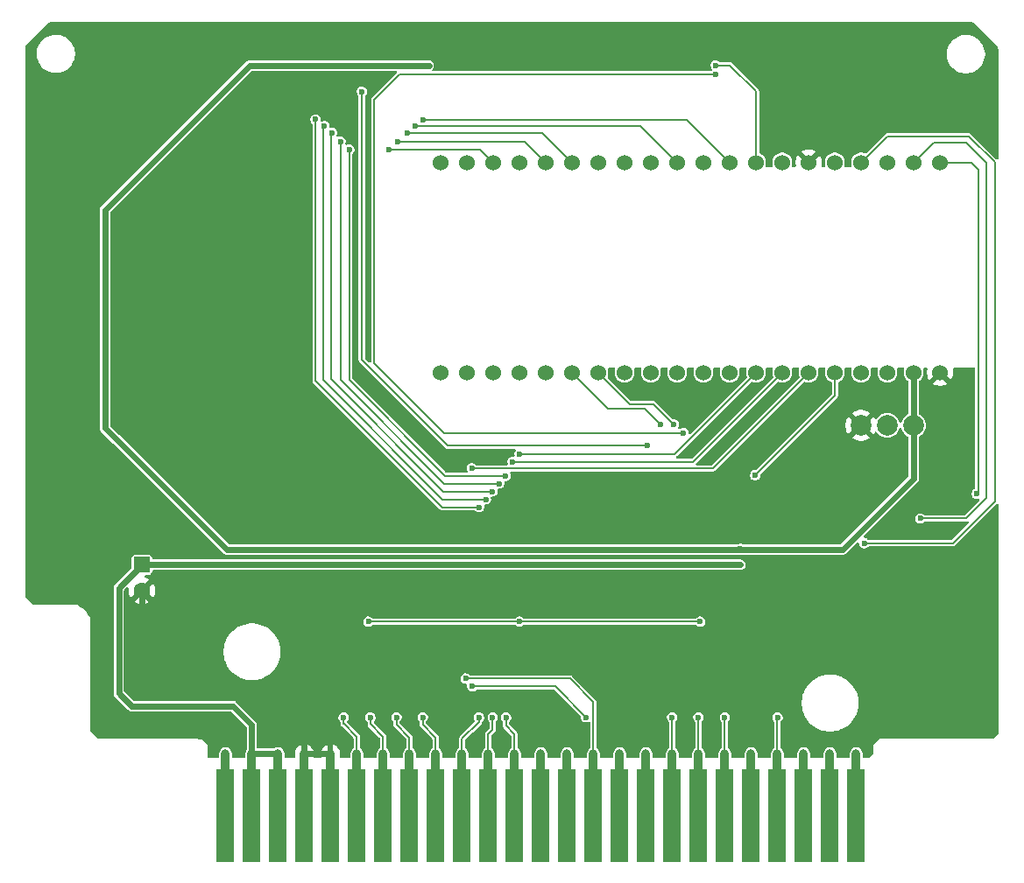
<source format=gbl>
G04 #@! TF.GenerationSoftware,KiCad,Pcbnew,9.0.2*
G04 #@! TF.CreationDate,2025-06-08T15:26:52+09:00*
G04 #@! TF.ProjectId,vdp_cartridge,7664705f-6361-4727-9472-696467652e6b,rev?*
G04 #@! TF.SameCoordinates,Original*
G04 #@! TF.FileFunction,Copper,L2,Bot*
G04 #@! TF.FilePolarity,Positive*
%FSLAX46Y46*%
G04 Gerber Fmt 4.6, Leading zero omitted, Abs format (unit mm)*
G04 Created by KiCad (PCBNEW 9.0.2) date 2025-06-08 15:26:52*
%MOMM*%
%LPD*%
G01*
G04 APERTURE LIST*
G04 Aperture macros list*
%AMRoundRect*
0 Rectangle with rounded corners*
0 $1 Rounding radius*
0 $2 $3 $4 $5 $6 $7 $8 $9 X,Y pos of 4 corners*
0 Add a 4 corners polygon primitive as box body*
4,1,4,$2,$3,$4,$5,$6,$7,$8,$9,$2,$3,0*
0 Add four circle primitives for the rounded corners*
1,1,$1+$1,$2,$3*
1,1,$1+$1,$4,$5*
1,1,$1+$1,$6,$7*
1,1,$1+$1,$8,$9*
0 Add four rect primitives between the rounded corners*
20,1,$1+$1,$2,$3,$4,$5,0*
20,1,$1+$1,$4,$5,$6,$7,0*
20,1,$1+$1,$6,$7,$8,$9,0*
20,1,$1+$1,$8,$9,$2,$3,0*%
%AMFreePoly0*
4,1,21,0.153073,0.369552,0.243505,0.317341,0.317341,0.243505,0.369552,0.153073,0.396578,0.052210,0.400000,0.000000,0.400000,-1.500000,0.850000,-1.500000,0.850000,-10.500000,-0.850000,-10.500000,-0.850000,-1.500000,-0.400000,-1.500000,-0.400000,0.000000,-0.396578,0.052210,-0.369552,0.153073,-0.317341,0.243505,-0.243505,0.317341,-0.153073,0.369552,-0.052210,0.396578,0.052210,0.396578,
0.153073,0.369552,0.153073,0.369552,$1*%
G04 Aperture macros list end*
G04 #@! TA.AperFunction,ComponentPad*
%ADD10RoundRect,0.250000X-0.550000X0.550000X-0.550000X-0.550000X0.550000X-0.550000X0.550000X0.550000X0*%
G04 #@! TD*
G04 #@! TA.AperFunction,ComponentPad*
%ADD11C,1.600000*%
G04 #@! TD*
G04 #@! TA.AperFunction,ComponentPad*
%ADD12C,1.524000*%
G04 #@! TD*
G04 #@! TA.AperFunction,ComponentPad*
%ADD13C,2.000000*%
G04 #@! TD*
G04 #@! TA.AperFunction,SMDPad,CuDef*
%ADD14FreePoly0,0.000000*%
G04 #@! TD*
G04 #@! TA.AperFunction,ViaPad*
%ADD15C,0.600000*%
G04 #@! TD*
G04 #@! TA.AperFunction,Conductor*
%ADD16C,0.600000*%
G04 #@! TD*
G04 #@! TA.AperFunction,Conductor*
%ADD17C,0.200000*%
G04 #@! TD*
G04 APERTURE END LIST*
D10*
X68150000Y-136450000D03*
D11*
X68150000Y-138950000D03*
D12*
X97040000Y-117850000D03*
X99580000Y-117850000D03*
X102120000Y-117850000D03*
X104660000Y-117850000D03*
X107200000Y-117850000D03*
X109740000Y-117850000D03*
X112280000Y-117850000D03*
X114820000Y-117850000D03*
X117360000Y-117850000D03*
X119900000Y-117850000D03*
X122440000Y-117850000D03*
X124980000Y-117850000D03*
X127520000Y-117850000D03*
X130060000Y-117850000D03*
X132600000Y-117850000D03*
X135140000Y-117850000D03*
X137680000Y-117850000D03*
X140220000Y-117850000D03*
X142760000Y-117850000D03*
X145300000Y-117850000D03*
X145300000Y-97530000D03*
X142760000Y-97530000D03*
X140220000Y-97530000D03*
X137680000Y-97530000D03*
X135140000Y-97530000D03*
X132600000Y-97530000D03*
X130060000Y-97530000D03*
X127520000Y-97530000D03*
X124980000Y-97530000D03*
X122440000Y-97530000D03*
X119900000Y-97530000D03*
X117360000Y-97530000D03*
X114820000Y-97530000D03*
X112280000Y-97530000D03*
X109740000Y-97530000D03*
X107200000Y-97530000D03*
X104660000Y-97530000D03*
X102120000Y-97530000D03*
X99580000Y-97530000D03*
X97040000Y-97530000D03*
D13*
X142740000Y-122950000D03*
X140200000Y-122950000D03*
X137660000Y-122950000D03*
D14*
X137200000Y-154700000D03*
X134660000Y-154700000D03*
X132120000Y-154700000D03*
X129580000Y-154700000D03*
X127040000Y-154700000D03*
X124500000Y-154700000D03*
X121960000Y-154700000D03*
X119420000Y-154700000D03*
X116880000Y-154700000D03*
X114340000Y-154700000D03*
X111800000Y-154700000D03*
X109260000Y-154700000D03*
X106720000Y-154700000D03*
X104180000Y-154700000D03*
X101640000Y-154700000D03*
X99100000Y-154700000D03*
X96560000Y-154700000D03*
X94020000Y-154700000D03*
X91480000Y-154700000D03*
X88940000Y-154700000D03*
X86400000Y-154700000D03*
X83860000Y-154700000D03*
X81320000Y-154700000D03*
X78780000Y-154700000D03*
X76240000Y-154700000D03*
D15*
X132644200Y-119797400D03*
X80193200Y-84593000D03*
X104932800Y-84618400D03*
X80040800Y-151217200D03*
X138257600Y-153452400D03*
X131704400Y-146010200D03*
X97770000Y-151191800D03*
X108057000Y-151191800D03*
X64115000Y-152385600D03*
X126421200Y-122845400D03*
X79050200Y-121499200D03*
X112654400Y-139584000D03*
X126649800Y-135875600D03*
X148163600Y-118171800D03*
X131679000Y-141844600D03*
X57993600Y-139431600D03*
X57333200Y-86675800D03*
X85095400Y-151191800D03*
X131704400Y-140092000D03*
X137673400Y-119797400D03*
X148316000Y-84593000D03*
X131679000Y-143825800D03*
X79050200Y-101890400D03*
X150348000Y-86726600D03*
X117378800Y-120000600D03*
X115778600Y-151191800D03*
X123068400Y-121194400D03*
X128097600Y-135875600D03*
X57866600Y-121524600D03*
X57993600Y-101941200D03*
X123601800Y-84618400D03*
X112654400Y-127849200D03*
X123779600Y-122845400D03*
X59543000Y-84542200D03*
X150398800Y-152538000D03*
X79050200Y-139507800D03*
X110038200Y-136450000D03*
X93833000Y-136450000D03*
X126005000Y-136450000D03*
X129164400Y-134961200D03*
X95865000Y-88123600D03*
X126014799Y-134905679D03*
X93833000Y-134961200D03*
X110038200Y-134961200D03*
X137976600Y-134350000D03*
X148849400Y-129576400D03*
X143388400Y-131964000D03*
X129596200Y-151217200D03*
X100750000Y-130871800D03*
X84943000Y-93356000D03*
X95331600Y-93381400D03*
X101400000Y-130109800D03*
X94595000Y-93991000D03*
X85773060Y-94006000D03*
X103332600Y-127849200D03*
X88194200Y-96277000D03*
X92004200Y-96277000D03*
X102697600Y-128585800D03*
X92893200Y-95489600D03*
X87356000Y-95489600D03*
X93777600Y-94656000D03*
X102037200Y-129347800D03*
X86532085Y-94656000D03*
X103993000Y-126477600D03*
X100056000Y-127112600D03*
X127437200Y-127773000D03*
X122128600Y-141946200D03*
X104653400Y-141946200D03*
X90048400Y-141946200D03*
X104678800Y-125715600D03*
X89413400Y-90663600D03*
X123627200Y-88123600D03*
X116997800Y-124928200D03*
X119588600Y-122870800D03*
X120503000Y-123683600D03*
X123627200Y-88987200D03*
X118293200Y-122870800D03*
X99450000Y-147454400D03*
X100741800Y-151217200D03*
X119410800Y-151191800D03*
X90251600Y-151217200D03*
X95306200Y-151191800D03*
X124500000Y-151200000D03*
X92766200Y-151191800D03*
X103358000Y-151217200D03*
X111079600Y-151191800D03*
X100100000Y-148213200D03*
X102062600Y-151217200D03*
X121950800Y-151191800D03*
X87660800Y-151217200D03*
D16*
X69957000Y-148829600D02*
X68150000Y-147022600D01*
X69957000Y-148880400D02*
X69957000Y-148829600D01*
X83860000Y-154700000D02*
X83860000Y-151988400D01*
D17*
X126649800Y-135875600D02*
X128097600Y-135875600D01*
D16*
X83860000Y-151988400D02*
X80752000Y-148880400D01*
X83860000Y-154700000D02*
X86400000Y-154700000D01*
X68150000Y-147022600D02*
X68150000Y-138950000D01*
X80752000Y-148880400D02*
X69957000Y-148880400D01*
X65918400Y-148880400D02*
X65918400Y-138681600D01*
X110038200Y-136450000D02*
X126005000Y-136450000D01*
X67137600Y-150099600D02*
X65918400Y-148880400D01*
X78780000Y-154700000D02*
X78780000Y-151937600D01*
X78780000Y-154700000D02*
X81320000Y-154700000D01*
X65918400Y-138681600D02*
X68150000Y-136450000D01*
X68150000Y-136450000D02*
X93833000Y-136450000D01*
X93833000Y-136450000D02*
X110038200Y-136450000D01*
X76942000Y-150099600D02*
X67137600Y-150099600D01*
X78780000Y-151937600D02*
X76942000Y-150099600D01*
X93833000Y-134961200D02*
X76332400Y-134961200D01*
X126070320Y-134961200D02*
X126014799Y-134905679D01*
X142760000Y-117850000D02*
X142760000Y-122930000D01*
X135920800Y-134961200D02*
X129164400Y-134961200D01*
X65689800Y-124318600D02*
X64597600Y-123226400D01*
X125959278Y-134961200D02*
X126014799Y-134905679D01*
D17*
X142760000Y-122930000D02*
X142740000Y-122950000D01*
D16*
X110038200Y-134961200D02*
X125959278Y-134961200D01*
X142760000Y-122930000D02*
X142760000Y-128122000D01*
X78593000Y-88123600D02*
X95865000Y-88123600D01*
X76332400Y-134961200D02*
X65689800Y-124318600D01*
X110038200Y-134961200D02*
X93833000Y-134961200D01*
X142760000Y-128122000D02*
X135920800Y-134961200D01*
X64597600Y-123226400D02*
X64597600Y-102119000D01*
X129164400Y-134961200D02*
X126070320Y-134961200D01*
X64597600Y-102119000D02*
X78593000Y-88123600D01*
X95865000Y-88123600D02*
X95890400Y-88123600D01*
D17*
X150602000Y-130313000D02*
X150602000Y-97496200D01*
X148112800Y-95007000D02*
X140203000Y-95007000D01*
X146565000Y-134350000D02*
X150602000Y-130313000D01*
X137976600Y-134350000D02*
X146565000Y-134350000D01*
X150602000Y-97496200D02*
X148112800Y-95007000D01*
X140203000Y-95007000D02*
X137680000Y-97530000D01*
X145300000Y-97530000D02*
X148310742Y-97530000D01*
X148310742Y-97530000D02*
X148993200Y-98212458D01*
X148993200Y-98212458D02*
X148993200Y-129432600D01*
X148993200Y-129432600D02*
X148849400Y-129576400D01*
X147808000Y-131964000D02*
X149789200Y-129982800D01*
X143388400Y-131964000D02*
X147808000Y-131964000D01*
X147833400Y-95565800D02*
X144724200Y-95565800D01*
X149789200Y-129982800D02*
X149789200Y-97521600D01*
X149789200Y-97521600D02*
X147833400Y-95565800D01*
X144724200Y-95565800D02*
X142760000Y-97530000D01*
X129580000Y-151233400D02*
X129580000Y-154700000D01*
X129596200Y-151217200D02*
X129580000Y-151233400D01*
X97211200Y-130871800D02*
X84943000Y-118603600D01*
X100750000Y-130871800D02*
X97211200Y-130871800D01*
X84943000Y-93356000D02*
X84943000Y-93254400D01*
X120831400Y-93381400D02*
X124980000Y-97530000D01*
X84943000Y-118603600D02*
X84943000Y-93356000D01*
X95331600Y-93381400D02*
X120831400Y-93381400D01*
X94595000Y-93991000D02*
X116361000Y-93991000D01*
X116361000Y-93991000D02*
X119900000Y-97530000D01*
X85679600Y-118552800D02*
X85679600Y-94099460D01*
X85679600Y-94099460D02*
X85773060Y-94006000D01*
X97236600Y-130109800D02*
X85679600Y-118552800D01*
X101400000Y-130109800D02*
X97236600Y-130109800D01*
X85773060Y-93830460D02*
X85773060Y-94006000D01*
X97490600Y-127849200D02*
X88194200Y-118552800D01*
X103332600Y-127849200D02*
X97490600Y-127849200D01*
X100867000Y-96277000D02*
X102120000Y-97530000D01*
X92004200Y-96277000D02*
X100867000Y-96277000D01*
X88194200Y-118552800D02*
X88194200Y-96277000D01*
X87356000Y-118552800D02*
X87356000Y-95489600D01*
X102697600Y-128585800D02*
X97389000Y-128585800D01*
X97389000Y-128585800D02*
X87356000Y-118552800D01*
X105159600Y-95489600D02*
X107200000Y-97530000D01*
X92893200Y-95489600D02*
X105159600Y-95489600D01*
X86467000Y-118502000D02*
X86467000Y-94721085D01*
X97312800Y-129347800D02*
X86467000Y-118502000D01*
X86467000Y-94721085D02*
X86532085Y-94656000D01*
X106866000Y-94656000D02*
X109740000Y-97530000D01*
X102037200Y-129347800D02*
X97312800Y-129347800D01*
X93777600Y-94656000D02*
X106866000Y-94656000D01*
X121442800Y-126467200D02*
X130060000Y-117850000D01*
X103993000Y-126477600D02*
X121442800Y-126477600D01*
X121442800Y-126477600D02*
X121442800Y-126467200D01*
X100056000Y-127112600D02*
X123337400Y-127112600D01*
X123337400Y-127112600D02*
X132600000Y-117850000D01*
X135140000Y-120070200D02*
X127437200Y-127773000D01*
X135140000Y-117850000D02*
X135140000Y-120070200D01*
X122128600Y-141946200D02*
X90099200Y-141946200D01*
X127520000Y-117850000D02*
X119654400Y-125715600D01*
X119654400Y-125715600D02*
X104678800Y-125715600D01*
X127513400Y-90638200D02*
X127513400Y-93000400D01*
X89413400Y-116597000D02*
X89413400Y-90663600D01*
X123627200Y-88123600D02*
X124998800Y-88123600D01*
X97744600Y-124928200D02*
X89413400Y-116597000D01*
X127513400Y-93000400D02*
X127520000Y-93007000D01*
X116997800Y-124928200D02*
X97744600Y-124928200D01*
X124998800Y-88123600D02*
X127513400Y-90638200D01*
X127520000Y-93007000D02*
X127520000Y-97530000D01*
X117632800Y-120915000D02*
X115345000Y-120915000D01*
X119588600Y-122870800D02*
X117632800Y-120915000D01*
X115345000Y-120915000D02*
X112280000Y-117850000D01*
X97338200Y-123683600D02*
X90607200Y-116952600D01*
X120503000Y-123683600D02*
X97338200Y-123683600D01*
X90607200Y-91451000D02*
X93071000Y-88987200D01*
X93071000Y-88987200D02*
X123627200Y-88987200D01*
X90607200Y-116952600D02*
X90607200Y-91451000D01*
X113236800Y-121346800D02*
X109740000Y-117850000D01*
X118293200Y-122870800D02*
X116769200Y-121346800D01*
X116769200Y-121346800D02*
X113236800Y-121346800D01*
X99450000Y-147454400D02*
X109552000Y-147454400D01*
X111800000Y-149702400D02*
X111800000Y-154700000D01*
X109552000Y-147454400D02*
X111800000Y-149702400D01*
X100741800Y-151623600D02*
X99100000Y-153265400D01*
X99100000Y-153265400D02*
X99100000Y-154700000D01*
X100741800Y-151217200D02*
X100741800Y-151623600D01*
X119410800Y-151191800D02*
X119410800Y-151217200D01*
X119420000Y-151226400D02*
X119420000Y-154700000D01*
X119410800Y-151217200D02*
X119420000Y-151226400D01*
X90277000Y-151242600D02*
X90277000Y-151852200D01*
X90277000Y-151852200D02*
X91480000Y-153055200D01*
X90251600Y-151217200D02*
X90277000Y-151242600D01*
X91480000Y-153055200D02*
X91480000Y-154700000D01*
X95306200Y-151928400D02*
X96560000Y-153182200D01*
X96560000Y-153182200D02*
X96560000Y-154700000D01*
X95306200Y-151191800D02*
X95306200Y-151928400D01*
X124500000Y-151200000D02*
X124500000Y-154700000D01*
X92766200Y-151191800D02*
X92766200Y-151903000D01*
X94020000Y-153156800D02*
X94020000Y-154700000D01*
X92766200Y-151903000D02*
X94020000Y-153156800D01*
X103358000Y-152030000D02*
X104180000Y-152852000D01*
X104180000Y-152852000D02*
X104180000Y-154700000D01*
X103358000Y-151217200D02*
X103358000Y-152030000D01*
X100100000Y-148213200D02*
X108101000Y-148213200D01*
X108101000Y-148213200D02*
X111079600Y-151191800D01*
X102062600Y-151217200D02*
X102062600Y-152394800D01*
X101640000Y-152817400D02*
X101640000Y-154700000D01*
X102062600Y-152394800D02*
X101640000Y-152817400D01*
X121960000Y-151201000D02*
X121960000Y-154700000D01*
X121950800Y-151191800D02*
X121960000Y-151201000D01*
X87660800Y-151826800D02*
X87686200Y-151826800D01*
X87660800Y-151217200D02*
X87660800Y-151826800D01*
X87686200Y-151826800D02*
X88940000Y-153080600D01*
X88940000Y-153080600D02*
X88940000Y-154700000D01*
G04 #@! TA.AperFunction,Conductor*
G36*
X148389411Y-83959525D02*
G01*
X148453531Y-83969681D01*
X148466184Y-83972370D01*
X148526144Y-83988436D01*
X148581729Y-84020529D01*
X150834869Y-86273669D01*
X150866963Y-86329257D01*
X150883025Y-86389202D01*
X150885723Y-86401897D01*
X150935236Y-86714512D01*
X150936593Y-86727420D01*
X150953330Y-87046756D01*
X150953500Y-87053246D01*
X150953500Y-97123367D01*
X150933815Y-97190406D01*
X150881011Y-97236161D01*
X150811853Y-97246105D01*
X150748297Y-97217080D01*
X150741819Y-97211048D01*
X148297312Y-94766541D01*
X148297307Y-94766537D01*
X148287106Y-94760648D01*
X148287104Y-94760647D01*
X148228791Y-94726980D01*
X148228790Y-94726979D01*
X148203313Y-94720152D01*
X148152362Y-94706500D01*
X140163438Y-94706500D01*
X140125224Y-94716739D01*
X140087009Y-94726979D01*
X140087008Y-94726980D01*
X140028696Y-94760647D01*
X140028694Y-94760648D01*
X140018492Y-94766537D01*
X140018487Y-94766541D01*
X138174751Y-96610276D01*
X138113428Y-96643761D01*
X138043736Y-96638777D01*
X138039637Y-96637164D01*
X137960751Y-96604488D01*
X137960743Y-96604486D01*
X137774802Y-96567500D01*
X137774798Y-96567500D01*
X137585202Y-96567500D01*
X137585197Y-96567500D01*
X137399256Y-96604486D01*
X137399248Y-96604488D01*
X137224087Y-96677042D01*
X137066441Y-96782377D01*
X136932377Y-96916441D01*
X136827042Y-97074087D01*
X136754488Y-97249248D01*
X136754486Y-97249256D01*
X136717500Y-97435197D01*
X136717500Y-97624802D01*
X136754877Y-97812709D01*
X136748650Y-97882301D01*
X136705787Y-97937478D01*
X136639897Y-97960722D01*
X136633260Y-97960900D01*
X136186740Y-97960900D01*
X136119701Y-97941215D01*
X136073946Y-97888411D01*
X136064002Y-97819253D01*
X136065123Y-97812709D01*
X136097965Y-97647596D01*
X136102500Y-97624798D01*
X136102500Y-97435202D01*
X136065512Y-97249249D01*
X135992956Y-97074085D01*
X135957686Y-97021300D01*
X135887622Y-96916441D01*
X135753558Y-96782377D01*
X135595912Y-96677042D01*
X135420751Y-96604488D01*
X135420743Y-96604486D01*
X135234802Y-96567500D01*
X135234798Y-96567500D01*
X135045202Y-96567500D01*
X135045197Y-96567500D01*
X134859256Y-96604486D01*
X134859248Y-96604488D01*
X134684087Y-96677042D01*
X134526441Y-96782377D01*
X134392377Y-96916441D01*
X134287042Y-97074087D01*
X134214488Y-97249248D01*
X134214486Y-97249256D01*
X134177500Y-97435197D01*
X134177500Y-97624802D01*
X134214877Y-97812709D01*
X134212999Y-97833692D01*
X134215998Y-97854547D01*
X134209948Y-97867794D01*
X134208650Y-97882301D01*
X134195724Y-97898939D01*
X134186973Y-97918103D01*
X134174721Y-97925976D01*
X134165787Y-97937478D01*
X134145918Y-97944487D01*
X134128195Y-97955877D01*
X134103611Y-97959411D01*
X134099897Y-97960722D01*
X134093260Y-97960900D01*
X133954668Y-97960900D01*
X133887629Y-97941215D01*
X133841874Y-97888411D01*
X133831930Y-97819253D01*
X133832195Y-97817502D01*
X133862000Y-97629321D01*
X133862000Y-97430678D01*
X133830924Y-97234479D01*
X133830924Y-97234476D01*
X133769542Y-97045562D01*
X133679358Y-96868567D01*
X133652268Y-96831283D01*
X132981000Y-97502551D01*
X132981000Y-97479840D01*
X132955036Y-97382939D01*
X132904876Y-97296060D01*
X132833940Y-97225124D01*
X132747061Y-97174964D01*
X132650160Y-97149000D01*
X132627447Y-97149000D01*
X133298716Y-96477731D01*
X133298715Y-96477730D01*
X133261432Y-96450641D01*
X133084437Y-96360457D01*
X132895522Y-96299075D01*
X132699321Y-96268000D01*
X132500679Y-96268000D01*
X132304479Y-96299075D01*
X132304476Y-96299075D01*
X132115562Y-96360457D01*
X131938564Y-96450643D01*
X131901283Y-96477729D01*
X131901282Y-96477730D01*
X132572554Y-97149000D01*
X132549840Y-97149000D01*
X132452939Y-97174964D01*
X132366060Y-97225124D01*
X132295124Y-97296060D01*
X132244964Y-97382939D01*
X132219000Y-97479840D01*
X132219000Y-97502552D01*
X131547730Y-96831282D01*
X131547729Y-96831283D01*
X131520643Y-96868564D01*
X131430457Y-97045562D01*
X131369075Y-97234476D01*
X131369075Y-97234479D01*
X131338000Y-97430678D01*
X131338000Y-97629321D01*
X131367805Y-97817502D01*
X131365409Y-97836041D01*
X131368070Y-97854547D01*
X131361023Y-97869976D01*
X131358850Y-97886796D01*
X131346811Y-97901096D01*
X131339045Y-97918103D01*
X131324775Y-97927273D01*
X131313854Y-97940247D01*
X131295995Y-97945769D01*
X131280267Y-97955877D01*
X131248563Y-97960435D01*
X131247103Y-97960887D01*
X131245332Y-97960900D01*
X131106740Y-97960900D01*
X131039701Y-97941215D01*
X130993946Y-97888411D01*
X130984002Y-97819253D01*
X130985123Y-97812709D01*
X131017965Y-97647596D01*
X131022500Y-97624798D01*
X131022500Y-97435202D01*
X130985512Y-97249249D01*
X130912956Y-97074085D01*
X130877686Y-97021300D01*
X130807622Y-96916441D01*
X130673558Y-96782377D01*
X130515912Y-96677042D01*
X130425400Y-96639551D01*
X130340751Y-96604488D01*
X130340743Y-96604486D01*
X130154802Y-96567500D01*
X130154798Y-96567500D01*
X129965202Y-96567500D01*
X129965197Y-96567500D01*
X129779256Y-96604486D01*
X129779248Y-96604488D01*
X129604087Y-96677042D01*
X129446441Y-96782377D01*
X129312377Y-96916441D01*
X129207042Y-97074087D01*
X129134488Y-97249248D01*
X129134486Y-97249256D01*
X129097500Y-97435197D01*
X129097500Y-97624802D01*
X129134877Y-97812709D01*
X129128650Y-97882301D01*
X129085787Y-97937478D01*
X129019897Y-97960722D01*
X129013260Y-97960900D01*
X128566740Y-97960900D01*
X128499701Y-97941215D01*
X128453946Y-97888411D01*
X128444002Y-97819253D01*
X128445123Y-97812709D01*
X128477965Y-97647596D01*
X128482500Y-97624798D01*
X128482500Y-97435202D01*
X128445512Y-97249249D01*
X128372956Y-97074085D01*
X128337686Y-97021300D01*
X128267622Y-96916441D01*
X128133558Y-96782377D01*
X127975912Y-96677042D01*
X127897047Y-96644375D01*
X127842643Y-96600533D01*
X127820579Y-96534239D01*
X127820500Y-96529814D01*
X127820500Y-92967439D01*
X127820499Y-92967435D01*
X127818125Y-92958573D01*
X127813900Y-92926481D01*
X127813900Y-90598639D01*
X127793420Y-90522209D01*
X127793417Y-90522204D01*
X127753864Y-90453695D01*
X127753858Y-90453687D01*
X125183310Y-87883139D01*
X125172115Y-87876676D01*
X125160919Y-87870212D01*
X125114791Y-87843580D01*
X125114790Y-87843579D01*
X125089313Y-87836752D01*
X125038362Y-87823100D01*
X125038360Y-87823100D01*
X124085876Y-87823100D01*
X124018837Y-87803415D01*
X123998195Y-87786781D01*
X123934516Y-87723102D01*
X123934514Y-87723100D01*
X123877450Y-87690154D01*
X123820387Y-87657208D01*
X123756739Y-87640154D01*
X123693092Y-87623100D01*
X123561308Y-87623100D01*
X123434012Y-87657208D01*
X123319886Y-87723100D01*
X123319883Y-87723102D01*
X123226702Y-87816283D01*
X123226700Y-87816286D01*
X123160808Y-87930412D01*
X123126700Y-88057708D01*
X123126700Y-88189491D01*
X123160808Y-88316787D01*
X123193754Y-88373850D01*
X123226700Y-88430914D01*
X123226702Y-88430916D01*
X123263505Y-88467719D01*
X123267843Y-88475664D01*
X123275091Y-88481090D01*
X123284325Y-88505849D01*
X123296990Y-88529042D01*
X123296344Y-88538071D01*
X123299508Y-88546554D01*
X123293891Y-88572374D01*
X123292006Y-88598734D01*
X123286187Y-88607787D01*
X123284656Y-88614827D01*
X123263505Y-88643081D01*
X123256205Y-88650381D01*
X123194882Y-88683866D01*
X123168524Y-88686700D01*
X96334476Y-88686700D01*
X96267437Y-88667015D01*
X96221682Y-88614211D01*
X96211738Y-88545053D01*
X96240763Y-88481497D01*
X96246795Y-88475019D01*
X96261395Y-88460419D01*
X96290900Y-88430914D01*
X96356792Y-88316786D01*
X96390900Y-88189492D01*
X96390900Y-88057708D01*
X96356792Y-87930414D01*
X96290900Y-87816286D01*
X96197714Y-87723100D01*
X96140650Y-87690154D01*
X96083587Y-87657208D01*
X96019939Y-87640154D01*
X95956292Y-87623100D01*
X95930892Y-87623100D01*
X78658892Y-87623100D01*
X78527107Y-87623100D01*
X78441270Y-87646099D01*
X78441270Y-87646100D01*
X78399814Y-87657208D01*
X78399813Y-87657208D01*
X78399811Y-87657209D01*
X78285686Y-87723100D01*
X78285683Y-87723102D01*
X64197102Y-101811683D01*
X64197100Y-101811686D01*
X64131208Y-101925812D01*
X64097100Y-102053108D01*
X64097100Y-123160508D01*
X64097100Y-123292292D01*
X64100118Y-123303554D01*
X64131208Y-123419587D01*
X64164154Y-123476650D01*
X64197100Y-123533714D01*
X64197102Y-123533716D01*
X65289300Y-124625914D01*
X75927559Y-135264172D01*
X75927569Y-135264183D01*
X75931899Y-135268513D01*
X75931900Y-135268514D01*
X76025086Y-135361700D01*
X76102126Y-135406179D01*
X76102127Y-135406180D01*
X76124823Y-135419283D01*
X76139214Y-135427592D01*
X76266507Y-135461700D01*
X76266508Y-135461700D01*
X76266509Y-135461700D01*
X135986690Y-135461700D01*
X135986692Y-135461700D01*
X136113986Y-135427592D01*
X136228114Y-135361700D01*
X137264419Y-134325395D01*
X137325742Y-134291910D01*
X137395434Y-134296894D01*
X137451367Y-134338766D01*
X137475784Y-134404230D01*
X137476100Y-134413076D01*
X137476100Y-134415891D01*
X137510208Y-134543187D01*
X137537502Y-134590460D01*
X137576100Y-134657314D01*
X137669286Y-134750500D01*
X137783414Y-134816392D01*
X137910708Y-134850500D01*
X137910710Y-134850500D01*
X138042490Y-134850500D01*
X138042492Y-134850500D01*
X138169786Y-134816392D01*
X138283914Y-134750500D01*
X138347595Y-134686819D01*
X138408918Y-134653334D01*
X138435276Y-134650500D01*
X146604560Y-134650500D01*
X146604562Y-134650500D01*
X146680989Y-134630021D01*
X146749511Y-134590460D01*
X146805460Y-134534511D01*
X150741819Y-130598152D01*
X150803142Y-130564667D01*
X150872834Y-130569651D01*
X150928767Y-130611523D01*
X150953184Y-130676987D01*
X150953500Y-130685833D01*
X150953500Y-136861187D01*
X150953480Y-136861262D01*
X150953500Y-136926040D01*
X150953500Y-137000668D01*
X150953522Y-137001015D01*
X150958367Y-152765231D01*
X150938703Y-152832276D01*
X150922048Y-152852950D01*
X150568850Y-153206150D01*
X150507527Y-153239635D01*
X150481169Y-153242469D01*
X140020951Y-153242469D01*
X140020281Y-153242467D01*
X139930608Y-153241982D01*
X139748563Y-153269974D01*
X139743775Y-153271106D01*
X139743531Y-153270077D01*
X139714730Y-153274600D01*
X139476799Y-153274600D01*
X138867200Y-153884199D01*
X138867200Y-154246536D01*
X138867025Y-154253119D01*
X138866714Y-154258952D01*
X138857552Y-154320712D01*
X138858500Y-154409519D01*
X138858500Y-154413478D01*
X138858500Y-154654338D01*
X138838815Y-154721377D01*
X138822181Y-154742019D01*
X138471719Y-155092481D01*
X138410396Y-155125966D01*
X138384038Y-155128800D01*
X137929500Y-155128800D01*
X137862461Y-155109115D01*
X137816706Y-155056311D01*
X137805500Y-155004800D01*
X137805500Y-154647338D01*
X137804248Y-154637833D01*
X137798498Y-154594152D01*
X137771239Y-154492419D01*
X137750709Y-154442856D01*
X137698048Y-154351644D01*
X137689963Y-154341108D01*
X137665390Y-154309084D01*
X137590915Y-154234609D01*
X137548358Y-154201953D01*
X137457150Y-154149294D01*
X137457140Y-154149289D01*
X137407581Y-154128761D01*
X137305850Y-154101502D01*
X137252662Y-154094500D01*
X137252661Y-154094500D01*
X137147339Y-154094500D01*
X137147338Y-154094500D01*
X137094149Y-154101502D01*
X136992418Y-154128761D01*
X136942859Y-154149289D01*
X136942849Y-154149294D01*
X136851641Y-154201953D01*
X136809084Y-154234609D01*
X136734609Y-154309084D01*
X136701953Y-154351641D01*
X136649294Y-154442849D01*
X136649289Y-154442859D01*
X136628761Y-154492418D01*
X136601502Y-154594149D01*
X136594500Y-154647338D01*
X136594500Y-155004800D01*
X136574815Y-155071839D01*
X136522011Y-155117594D01*
X136470500Y-155128800D01*
X135389500Y-155128800D01*
X135322461Y-155109115D01*
X135276706Y-155056311D01*
X135265500Y-155004800D01*
X135265500Y-154647338D01*
X135264248Y-154637833D01*
X135258498Y-154594152D01*
X135231239Y-154492419D01*
X135210709Y-154442856D01*
X135158048Y-154351644D01*
X135149963Y-154341108D01*
X135125390Y-154309084D01*
X135050915Y-154234609D01*
X135008358Y-154201953D01*
X134917150Y-154149294D01*
X134917140Y-154149289D01*
X134867581Y-154128761D01*
X134765850Y-154101502D01*
X134712662Y-154094500D01*
X134712661Y-154094500D01*
X134607339Y-154094500D01*
X134607338Y-154094500D01*
X134554149Y-154101502D01*
X134452418Y-154128761D01*
X134402859Y-154149289D01*
X134402849Y-154149294D01*
X134311641Y-154201953D01*
X134269084Y-154234609D01*
X134194609Y-154309084D01*
X134161953Y-154351641D01*
X134109294Y-154442849D01*
X134109289Y-154442859D01*
X134088761Y-154492418D01*
X134061502Y-154594149D01*
X134054500Y-154647338D01*
X134054500Y-155004800D01*
X134034815Y-155071839D01*
X133982011Y-155117594D01*
X133930500Y-155128800D01*
X132849500Y-155128800D01*
X132782461Y-155109115D01*
X132736706Y-155056311D01*
X132725500Y-155004800D01*
X132725500Y-154647338D01*
X132724248Y-154637833D01*
X132718498Y-154594152D01*
X132691239Y-154492419D01*
X132670709Y-154442856D01*
X132618048Y-154351644D01*
X132609963Y-154341108D01*
X132585390Y-154309084D01*
X132510915Y-154234609D01*
X132468358Y-154201953D01*
X132377150Y-154149294D01*
X132377140Y-154149289D01*
X132327581Y-154128761D01*
X132225850Y-154101502D01*
X132172662Y-154094500D01*
X132172661Y-154094500D01*
X132067339Y-154094500D01*
X132067338Y-154094500D01*
X132014149Y-154101502D01*
X131912418Y-154128761D01*
X131862859Y-154149289D01*
X131862849Y-154149294D01*
X131771641Y-154201953D01*
X131729084Y-154234609D01*
X131654609Y-154309084D01*
X131621953Y-154351641D01*
X131569294Y-154442849D01*
X131569289Y-154442859D01*
X131548761Y-154492418D01*
X131521502Y-154594149D01*
X131514500Y-154647338D01*
X131514500Y-155004800D01*
X131494815Y-155071839D01*
X131442011Y-155117594D01*
X131390500Y-155128800D01*
X130309500Y-155128800D01*
X130242461Y-155109115D01*
X130196706Y-155056311D01*
X130185500Y-155004800D01*
X130185500Y-154647338D01*
X130184248Y-154637833D01*
X130178498Y-154594152D01*
X130151239Y-154492419D01*
X130130709Y-154442856D01*
X130078048Y-154351644D01*
X130069963Y-154341108D01*
X130045390Y-154309084D01*
X129970915Y-154234609D01*
X129929012Y-154202455D01*
X129887810Y-154146026D01*
X129880500Y-154104080D01*
X129880500Y-151692076D01*
X129900185Y-151625037D01*
X129916819Y-151604395D01*
X129950219Y-151570995D01*
X129996700Y-151524514D01*
X130062592Y-151410386D01*
X130096700Y-151283092D01*
X130096700Y-151151308D01*
X130062592Y-151024014D01*
X129996700Y-150909886D01*
X129903514Y-150816700D01*
X129846450Y-150783754D01*
X129789387Y-150750808D01*
X129694591Y-150725408D01*
X129662092Y-150716700D01*
X129530308Y-150716700D01*
X129403012Y-150750808D01*
X129288886Y-150816700D01*
X129288883Y-150816702D01*
X129195702Y-150909883D01*
X129195700Y-150909886D01*
X129129808Y-151024012D01*
X129095700Y-151151308D01*
X129095700Y-151283091D01*
X129129808Y-151410387D01*
X129161635Y-151465512D01*
X129195700Y-151524514D01*
X129195702Y-151524516D01*
X129243181Y-151571995D01*
X129276666Y-151633318D01*
X129279500Y-151659676D01*
X129279500Y-154104080D01*
X129259815Y-154171119D01*
X129230988Y-154202455D01*
X129189084Y-154234609D01*
X129114609Y-154309084D01*
X129081953Y-154351641D01*
X129029294Y-154442849D01*
X129029289Y-154442859D01*
X129008761Y-154492418D01*
X128981502Y-154594149D01*
X128974500Y-154647338D01*
X128974500Y-155004800D01*
X128954815Y-155071839D01*
X128902011Y-155117594D01*
X128850500Y-155128800D01*
X127769500Y-155128800D01*
X127702461Y-155109115D01*
X127656706Y-155056311D01*
X127645500Y-155004800D01*
X127645500Y-154647338D01*
X127644248Y-154637833D01*
X127638498Y-154594152D01*
X127611239Y-154492419D01*
X127590709Y-154442856D01*
X127538048Y-154351644D01*
X127529963Y-154341108D01*
X127505390Y-154309084D01*
X127430915Y-154234609D01*
X127388358Y-154201953D01*
X127297150Y-154149294D01*
X127297140Y-154149289D01*
X127247581Y-154128761D01*
X127145850Y-154101502D01*
X127092662Y-154094500D01*
X127092661Y-154094500D01*
X126987339Y-154094500D01*
X126987338Y-154094500D01*
X126934149Y-154101502D01*
X126832418Y-154128761D01*
X126782859Y-154149289D01*
X126782849Y-154149294D01*
X126691641Y-154201953D01*
X126649084Y-154234609D01*
X126574609Y-154309084D01*
X126541953Y-154351641D01*
X126489294Y-154442849D01*
X126489289Y-154442859D01*
X126468761Y-154492418D01*
X126441502Y-154594149D01*
X126434500Y-154647338D01*
X126434500Y-155004800D01*
X126414815Y-155071839D01*
X126362011Y-155117594D01*
X126310500Y-155128800D01*
X125229500Y-155128800D01*
X125162461Y-155109115D01*
X125116706Y-155056311D01*
X125105500Y-155004800D01*
X125105500Y-154647338D01*
X125104248Y-154637833D01*
X125098498Y-154594152D01*
X125071239Y-154492419D01*
X125050709Y-154442856D01*
X124998048Y-154351644D01*
X124989963Y-154341108D01*
X124965390Y-154309084D01*
X124890915Y-154234609D01*
X124849012Y-154202455D01*
X124807810Y-154146026D01*
X124800500Y-154104080D01*
X124800500Y-151658676D01*
X124820185Y-151591637D01*
X124836819Y-151570995D01*
X124854219Y-151553595D01*
X124900500Y-151507314D01*
X124966392Y-151393186D01*
X125000500Y-151265892D01*
X125000500Y-151134108D01*
X124966392Y-151006814D01*
X124900500Y-150892686D01*
X124807314Y-150799500D01*
X124746284Y-150764264D01*
X124693187Y-150733608D01*
X124599723Y-150708565D01*
X124565892Y-150699500D01*
X124434108Y-150699500D01*
X124306812Y-150733608D01*
X124192686Y-150799500D01*
X124192683Y-150799502D01*
X124099502Y-150892683D01*
X124099500Y-150892686D01*
X124033608Y-151006812D01*
X124028999Y-151024014D01*
X123999500Y-151134108D01*
X123999500Y-151265892D01*
X124004109Y-151283092D01*
X124033608Y-151393187D01*
X124043538Y-151410386D01*
X124099500Y-151507314D01*
X124099502Y-151507316D01*
X124163181Y-151570995D01*
X124196666Y-151632318D01*
X124199500Y-151658676D01*
X124199500Y-154104080D01*
X124179815Y-154171119D01*
X124150988Y-154202455D01*
X124109084Y-154234609D01*
X124034609Y-154309084D01*
X124001953Y-154351641D01*
X123949294Y-154442849D01*
X123949289Y-154442859D01*
X123928761Y-154492418D01*
X123901502Y-154594149D01*
X123894500Y-154647338D01*
X123894500Y-155004800D01*
X123874815Y-155071839D01*
X123822011Y-155117594D01*
X123770500Y-155128800D01*
X122689500Y-155128800D01*
X122622461Y-155109115D01*
X122576706Y-155056311D01*
X122565500Y-155004800D01*
X122565500Y-154647338D01*
X122564248Y-154637833D01*
X122558498Y-154594152D01*
X122531239Y-154492419D01*
X122510709Y-154442856D01*
X122458048Y-154351644D01*
X122449963Y-154341108D01*
X122425390Y-154309084D01*
X122350915Y-154234609D01*
X122309012Y-154202455D01*
X122267810Y-154146026D01*
X122260500Y-154104080D01*
X122260500Y-151641276D01*
X122280185Y-151574237D01*
X122296819Y-151553595D01*
X122313314Y-151537100D01*
X122351300Y-151499114D01*
X122417192Y-151384986D01*
X122451300Y-151257692D01*
X122451300Y-151125908D01*
X122417192Y-150998614D01*
X122351300Y-150884486D01*
X122258114Y-150791300D01*
X122187980Y-150750808D01*
X122143987Y-150725408D01*
X122047295Y-150699500D01*
X122016692Y-150691300D01*
X121884908Y-150691300D01*
X121757612Y-150725408D01*
X121643486Y-150791300D01*
X121643483Y-150791302D01*
X121550302Y-150884483D01*
X121550300Y-150884486D01*
X121484408Y-150998612D01*
X121450300Y-151125908D01*
X121450300Y-151257691D01*
X121484408Y-151384987D01*
X121499073Y-151410387D01*
X121550300Y-151499114D01*
X121550302Y-151499116D01*
X121623181Y-151571995D01*
X121656666Y-151633318D01*
X121659500Y-151659676D01*
X121659500Y-154104080D01*
X121639815Y-154171119D01*
X121610988Y-154202455D01*
X121569084Y-154234609D01*
X121494609Y-154309084D01*
X121461953Y-154351641D01*
X121409294Y-154442849D01*
X121409289Y-154442859D01*
X121388761Y-154492418D01*
X121361502Y-154594149D01*
X121354500Y-154647338D01*
X121354500Y-155004800D01*
X121334815Y-155071839D01*
X121282011Y-155117594D01*
X121230500Y-155128800D01*
X120149500Y-155128800D01*
X120082461Y-155109115D01*
X120036706Y-155056311D01*
X120025500Y-155004800D01*
X120025500Y-154647338D01*
X120024248Y-154637833D01*
X120018498Y-154594152D01*
X119991239Y-154492419D01*
X119970709Y-154442856D01*
X119918048Y-154351644D01*
X119909963Y-154341108D01*
X119885390Y-154309084D01*
X119810915Y-154234609D01*
X119769012Y-154202455D01*
X119727810Y-154146026D01*
X119720500Y-154104080D01*
X119720500Y-151641276D01*
X119740185Y-151574237D01*
X119756819Y-151553595D01*
X119773314Y-151537100D01*
X119811300Y-151499114D01*
X119877192Y-151384986D01*
X119911300Y-151257692D01*
X119911300Y-151125908D01*
X119877192Y-150998614D01*
X119811300Y-150884486D01*
X119718114Y-150791300D01*
X119647980Y-150750808D01*
X119603987Y-150725408D01*
X119507295Y-150699500D01*
X119476692Y-150691300D01*
X119344908Y-150691300D01*
X119217612Y-150725408D01*
X119103486Y-150791300D01*
X119103483Y-150791302D01*
X119010302Y-150884483D01*
X119010300Y-150884486D01*
X118944408Y-150998612D01*
X118910300Y-151125908D01*
X118910300Y-151257691D01*
X118944408Y-151384987D01*
X118959073Y-151410387D01*
X119010300Y-151499114D01*
X119010302Y-151499116D01*
X119083181Y-151571995D01*
X119116666Y-151633318D01*
X119119500Y-151659676D01*
X119119500Y-154104080D01*
X119099815Y-154171119D01*
X119070988Y-154202455D01*
X119029084Y-154234609D01*
X118954609Y-154309084D01*
X118921953Y-154351641D01*
X118869294Y-154442849D01*
X118869289Y-154442859D01*
X118848761Y-154492418D01*
X118821502Y-154594149D01*
X118814500Y-154647338D01*
X118814500Y-155004800D01*
X118794815Y-155071839D01*
X118742011Y-155117594D01*
X118690500Y-155128800D01*
X117609500Y-155128800D01*
X117542461Y-155109115D01*
X117496706Y-155056311D01*
X117485500Y-155004800D01*
X117485500Y-154647338D01*
X117484248Y-154637833D01*
X117478498Y-154594152D01*
X117451239Y-154492419D01*
X117430709Y-154442856D01*
X117378048Y-154351644D01*
X117369963Y-154341108D01*
X117345390Y-154309084D01*
X117270915Y-154234609D01*
X117228358Y-154201953D01*
X117137150Y-154149294D01*
X117137140Y-154149289D01*
X117087581Y-154128761D01*
X116985850Y-154101502D01*
X116932662Y-154094500D01*
X116932661Y-154094500D01*
X116827339Y-154094500D01*
X116827338Y-154094500D01*
X116774149Y-154101502D01*
X116672418Y-154128761D01*
X116622859Y-154149289D01*
X116622849Y-154149294D01*
X116531641Y-154201953D01*
X116489084Y-154234609D01*
X116414609Y-154309084D01*
X116381953Y-154351641D01*
X116329294Y-154442849D01*
X116329289Y-154442859D01*
X116308761Y-154492418D01*
X116281502Y-154594149D01*
X116274500Y-154647338D01*
X116274500Y-155004800D01*
X116254815Y-155071839D01*
X116202011Y-155117594D01*
X116150500Y-155128800D01*
X115069500Y-155128800D01*
X115002461Y-155109115D01*
X114956706Y-155056311D01*
X114945500Y-155004800D01*
X114945500Y-154647338D01*
X114944248Y-154637833D01*
X114938498Y-154594152D01*
X114911239Y-154492419D01*
X114890709Y-154442856D01*
X114838048Y-154351644D01*
X114829963Y-154341108D01*
X114805390Y-154309084D01*
X114730915Y-154234609D01*
X114688358Y-154201953D01*
X114597150Y-154149294D01*
X114597140Y-154149289D01*
X114547581Y-154128761D01*
X114445850Y-154101502D01*
X114392662Y-154094500D01*
X114392661Y-154094500D01*
X114287339Y-154094500D01*
X114287338Y-154094500D01*
X114234149Y-154101502D01*
X114132418Y-154128761D01*
X114082859Y-154149289D01*
X114082849Y-154149294D01*
X113991641Y-154201953D01*
X113949084Y-154234609D01*
X113874609Y-154309084D01*
X113841953Y-154351641D01*
X113789294Y-154442849D01*
X113789289Y-154442859D01*
X113768761Y-154492418D01*
X113741502Y-154594149D01*
X113734500Y-154647338D01*
X113734500Y-155004800D01*
X113714815Y-155071839D01*
X113662011Y-155117594D01*
X113610500Y-155128800D01*
X112529500Y-155128800D01*
X112462461Y-155109115D01*
X112416706Y-155056311D01*
X112405500Y-155004800D01*
X112405500Y-154647338D01*
X112404248Y-154637833D01*
X112398498Y-154594152D01*
X112371239Y-154492419D01*
X112350709Y-154442856D01*
X112298048Y-154351644D01*
X112289963Y-154341108D01*
X112265390Y-154309084D01*
X112190915Y-154234609D01*
X112149012Y-154202455D01*
X112107810Y-154146026D01*
X112100500Y-154104080D01*
X112100500Y-149672928D01*
X131934900Y-149672928D01*
X131934900Y-149981871D01*
X131969486Y-150288837D01*
X131969489Y-150288855D01*
X132038231Y-150590035D01*
X132038235Y-150590047D01*
X132140262Y-150881622D01*
X132140268Y-150881636D01*
X132274303Y-151159962D01*
X132274305Y-151159965D01*
X132438665Y-151421543D01*
X132577977Y-151596234D01*
X132600213Y-151624118D01*
X132631280Y-151663074D01*
X132849726Y-151881520D01*
X133091257Y-152074135D01*
X133352835Y-152238495D01*
X133631171Y-152372535D01*
X133728368Y-152406546D01*
X133922752Y-152474564D01*
X133922764Y-152474568D01*
X134223948Y-152543311D01*
X134223954Y-152543311D01*
X134223962Y-152543313D01*
X134428606Y-152566370D01*
X134530929Y-152577899D01*
X134530932Y-152577900D01*
X134530935Y-152577900D01*
X134839868Y-152577900D01*
X134839869Y-152577899D01*
X134996756Y-152560222D01*
X135146837Y-152543313D01*
X135146842Y-152543312D01*
X135146852Y-152543311D01*
X135448036Y-152474568D01*
X135739629Y-152372535D01*
X136017965Y-152238495D01*
X136279543Y-152074135D01*
X136521074Y-151881520D01*
X136739520Y-151663074D01*
X136932135Y-151421543D01*
X137096495Y-151159965D01*
X137230535Y-150881629D01*
X137332568Y-150590036D01*
X137401311Y-150288852D01*
X137435900Y-149981865D01*
X137435900Y-149672935D01*
X137401311Y-149365948D01*
X137332568Y-149064764D01*
X137291112Y-148946291D01*
X137230537Y-148773177D01*
X137230535Y-148773171D01*
X137096495Y-148494835D01*
X136932135Y-148233257D01*
X136739520Y-147991726D01*
X136521074Y-147773280D01*
X136506569Y-147761713D01*
X136363459Y-147647586D01*
X136279543Y-147580665D01*
X136017965Y-147416305D01*
X136017962Y-147416303D01*
X135739636Y-147282268D01*
X135739622Y-147282262D01*
X135448047Y-147180235D01*
X135448035Y-147180231D01*
X135146855Y-147111489D01*
X135146837Y-147111486D01*
X134839871Y-147076900D01*
X134839865Y-147076900D01*
X134530935Y-147076900D01*
X134530928Y-147076900D01*
X134223962Y-147111486D01*
X134223944Y-147111489D01*
X133922764Y-147180231D01*
X133922752Y-147180235D01*
X133631177Y-147282262D01*
X133631163Y-147282268D01*
X133352837Y-147416303D01*
X133091258Y-147580664D01*
X132849726Y-147773279D01*
X132631279Y-147991726D01*
X132438664Y-148233258D01*
X132274303Y-148494837D01*
X132140268Y-148773163D01*
X132140262Y-148773177D01*
X132038235Y-149064752D01*
X132038231Y-149064764D01*
X131969489Y-149365944D01*
X131969486Y-149365962D01*
X131934900Y-149672928D01*
X112100500Y-149672928D01*
X112100500Y-149662839D01*
X112080020Y-149586409D01*
X112080017Y-149586404D01*
X112040464Y-149517895D01*
X112040458Y-149517887D01*
X109736512Y-147213941D01*
X109736507Y-147213937D01*
X109727065Y-147208486D01*
X109727064Y-147208486D01*
X109667991Y-147174380D01*
X109667990Y-147174379D01*
X109642513Y-147167552D01*
X109591562Y-147153900D01*
X109591560Y-147153900D01*
X99908676Y-147153900D01*
X99841637Y-147134215D01*
X99820995Y-147117581D01*
X99757316Y-147053902D01*
X99757314Y-147053900D01*
X99700250Y-147020954D01*
X99643187Y-146988008D01*
X99579539Y-146970954D01*
X99515892Y-146953900D01*
X99384108Y-146953900D01*
X99256812Y-146988008D01*
X99142686Y-147053900D01*
X99142683Y-147053902D01*
X99049502Y-147147083D01*
X99049500Y-147147086D01*
X98983608Y-147261212D01*
X98949500Y-147388508D01*
X98949500Y-147520291D01*
X98983608Y-147647587D01*
X99016554Y-147704650D01*
X99049500Y-147761714D01*
X99142686Y-147854900D01*
X99256814Y-147920792D01*
X99384108Y-147954900D01*
X99384110Y-147954900D01*
X99489456Y-147954900D01*
X99556495Y-147974585D01*
X99602250Y-148027389D01*
X99612194Y-148096547D01*
X99609233Y-148110981D01*
X99599500Y-148147308D01*
X99599500Y-148147310D01*
X99599500Y-148279091D01*
X99633608Y-148406387D01*
X99666554Y-148463450D01*
X99699500Y-148520514D01*
X99792686Y-148613700D01*
X99906814Y-148679592D01*
X100034108Y-148713700D01*
X100034110Y-148713700D01*
X100165890Y-148713700D01*
X100165892Y-148713700D01*
X100293186Y-148679592D01*
X100407314Y-148613700D01*
X100470995Y-148550019D01*
X100532318Y-148516534D01*
X100558676Y-148513700D01*
X107925167Y-148513700D01*
X107992206Y-148533385D01*
X108012848Y-148550019D01*
X110542781Y-151079952D01*
X110576266Y-151141275D01*
X110579100Y-151167633D01*
X110579100Y-151257691D01*
X110613208Y-151384987D01*
X110627873Y-151410387D01*
X110679100Y-151499114D01*
X110772286Y-151592300D01*
X110845701Y-151634686D01*
X110873049Y-151650476D01*
X110886414Y-151658192D01*
X111013708Y-151692300D01*
X111013710Y-151692300D01*
X111145490Y-151692300D01*
X111145492Y-151692300D01*
X111272786Y-151658192D01*
X111313499Y-151634685D01*
X111381399Y-151618213D01*
X111447426Y-151641065D01*
X111490617Y-151695986D01*
X111499500Y-151742073D01*
X111499500Y-154104080D01*
X111479815Y-154171119D01*
X111450988Y-154202455D01*
X111409084Y-154234609D01*
X111334609Y-154309084D01*
X111301953Y-154351641D01*
X111249294Y-154442849D01*
X111249289Y-154442859D01*
X111228761Y-154492418D01*
X111201502Y-154594149D01*
X111194500Y-154647338D01*
X111194500Y-155004800D01*
X111174815Y-155071839D01*
X111122011Y-155117594D01*
X111070500Y-155128800D01*
X109989500Y-155128800D01*
X109922461Y-155109115D01*
X109876706Y-155056311D01*
X109865500Y-155004800D01*
X109865500Y-154647338D01*
X109864248Y-154637833D01*
X109858498Y-154594152D01*
X109831239Y-154492419D01*
X109810709Y-154442856D01*
X109758048Y-154351644D01*
X109749963Y-154341108D01*
X109725390Y-154309084D01*
X109650915Y-154234609D01*
X109608358Y-154201953D01*
X109517150Y-154149294D01*
X109517140Y-154149289D01*
X109467581Y-154128761D01*
X109365850Y-154101502D01*
X109312662Y-154094500D01*
X109312661Y-154094500D01*
X109207339Y-154094500D01*
X109207338Y-154094500D01*
X109154149Y-154101502D01*
X109052418Y-154128761D01*
X109002859Y-154149289D01*
X109002849Y-154149294D01*
X108911641Y-154201953D01*
X108869084Y-154234609D01*
X108794609Y-154309084D01*
X108761953Y-154351641D01*
X108709294Y-154442849D01*
X108709289Y-154442859D01*
X108688761Y-154492418D01*
X108661502Y-154594149D01*
X108654500Y-154647338D01*
X108654500Y-155004800D01*
X108634815Y-155071839D01*
X108582011Y-155117594D01*
X108530500Y-155128800D01*
X107449500Y-155128800D01*
X107382461Y-155109115D01*
X107336706Y-155056311D01*
X107325500Y-155004800D01*
X107325500Y-154647338D01*
X107324248Y-154637833D01*
X107318498Y-154594152D01*
X107291239Y-154492419D01*
X107270709Y-154442856D01*
X107218048Y-154351644D01*
X107209963Y-154341108D01*
X107185390Y-154309084D01*
X107110915Y-154234609D01*
X107068358Y-154201953D01*
X106977150Y-154149294D01*
X106977140Y-154149289D01*
X106927581Y-154128761D01*
X106825850Y-154101502D01*
X106772662Y-154094500D01*
X106772661Y-154094500D01*
X106667339Y-154094500D01*
X106667338Y-154094500D01*
X106614149Y-154101502D01*
X106512418Y-154128761D01*
X106462859Y-154149289D01*
X106462849Y-154149294D01*
X106371641Y-154201953D01*
X106329084Y-154234609D01*
X106254609Y-154309084D01*
X106221953Y-154351641D01*
X106169294Y-154442849D01*
X106169289Y-154442859D01*
X106148761Y-154492418D01*
X106121502Y-154594149D01*
X106114500Y-154647338D01*
X106114500Y-155004800D01*
X106094815Y-155071839D01*
X106042011Y-155117594D01*
X105990500Y-155128800D01*
X104909500Y-155128800D01*
X104842461Y-155109115D01*
X104796706Y-155056311D01*
X104785500Y-155004800D01*
X104785500Y-154647338D01*
X104784248Y-154637833D01*
X104778498Y-154594152D01*
X104751239Y-154492419D01*
X104730709Y-154442856D01*
X104678048Y-154351644D01*
X104669963Y-154341108D01*
X104645390Y-154309084D01*
X104570915Y-154234609D01*
X104529012Y-154202455D01*
X104487810Y-154146026D01*
X104480500Y-154104080D01*
X104480500Y-152812440D01*
X104480499Y-152812436D01*
X104471229Y-152777838D01*
X104460022Y-152736012D01*
X104420460Y-152667489D01*
X103694819Y-151941848D01*
X103680115Y-151914920D01*
X103663523Y-151889102D01*
X103662631Y-151882901D01*
X103661334Y-151880525D01*
X103658500Y-151854167D01*
X103658500Y-151675876D01*
X103678185Y-151608837D01*
X103694819Y-151588195D01*
X103725699Y-151557315D01*
X103758500Y-151524514D01*
X103824392Y-151410386D01*
X103858500Y-151283092D01*
X103858500Y-151151308D01*
X103824392Y-151024014D01*
X103758500Y-150909886D01*
X103665314Y-150816700D01*
X103608250Y-150783754D01*
X103551187Y-150750808D01*
X103456391Y-150725408D01*
X103423892Y-150716700D01*
X103292108Y-150716700D01*
X103164812Y-150750808D01*
X103050686Y-150816700D01*
X103050683Y-150816702D01*
X102957502Y-150909883D01*
X102957500Y-150909886D01*
X102891608Y-151024012D01*
X102857500Y-151151308D01*
X102857500Y-151283091D01*
X102891608Y-151410387D01*
X102923435Y-151465512D01*
X102957500Y-151524514D01*
X102957502Y-151524516D01*
X103021181Y-151588195D01*
X103054666Y-151649518D01*
X103057500Y-151675876D01*
X103057500Y-152069562D01*
X103063993Y-152093792D01*
X103077979Y-152145990D01*
X103091794Y-152169918D01*
X103111182Y-152203498D01*
X103111182Y-152203500D01*
X103117538Y-152214508D01*
X103117542Y-152214513D01*
X103843181Y-152940152D01*
X103876666Y-153001475D01*
X103879500Y-153027833D01*
X103879500Y-154104080D01*
X103859815Y-154171119D01*
X103830988Y-154202455D01*
X103789084Y-154234609D01*
X103714609Y-154309084D01*
X103681953Y-154351641D01*
X103629294Y-154442849D01*
X103629289Y-154442859D01*
X103608761Y-154492418D01*
X103581502Y-154594149D01*
X103574500Y-154647338D01*
X103574500Y-155004800D01*
X103554815Y-155071839D01*
X103502011Y-155117594D01*
X103450500Y-155128800D01*
X102369500Y-155128800D01*
X102302461Y-155109115D01*
X102256706Y-155056311D01*
X102245500Y-155004800D01*
X102245500Y-154647338D01*
X102244248Y-154637833D01*
X102238498Y-154594152D01*
X102211239Y-154492419D01*
X102190709Y-154442856D01*
X102138048Y-154351644D01*
X102129963Y-154341108D01*
X102105390Y-154309084D01*
X102030915Y-154234609D01*
X101989012Y-154202455D01*
X101947810Y-154146026D01*
X101940500Y-154104080D01*
X101940500Y-152993233D01*
X101960185Y-152926194D01*
X101976819Y-152905552D01*
X102117140Y-152765231D01*
X102303060Y-152579311D01*
X102342622Y-152510788D01*
X102363100Y-152434362D01*
X102363100Y-152355238D01*
X102363100Y-151675876D01*
X102382785Y-151608837D01*
X102399419Y-151588195D01*
X102430299Y-151557315D01*
X102463100Y-151524514D01*
X102528992Y-151410386D01*
X102563100Y-151283092D01*
X102563100Y-151151308D01*
X102528992Y-151024014D01*
X102463100Y-150909886D01*
X102369914Y-150816700D01*
X102312850Y-150783754D01*
X102255787Y-150750808D01*
X102160991Y-150725408D01*
X102128492Y-150716700D01*
X101996708Y-150716700D01*
X101869412Y-150750808D01*
X101755286Y-150816700D01*
X101755283Y-150816702D01*
X101662102Y-150909883D01*
X101662100Y-150909886D01*
X101596208Y-151024012D01*
X101562100Y-151151308D01*
X101562100Y-151283091D01*
X101596208Y-151410387D01*
X101628035Y-151465512D01*
X101662100Y-151524514D01*
X101662102Y-151524516D01*
X101725781Y-151588195D01*
X101759266Y-151649518D01*
X101762100Y-151675876D01*
X101762100Y-152218967D01*
X101742415Y-152286006D01*
X101725781Y-152306648D01*
X101399541Y-152632887D01*
X101399535Y-152632895D01*
X101359982Y-152701404D01*
X101359979Y-152701409D01*
X101339500Y-152777839D01*
X101339500Y-154104080D01*
X101319815Y-154171119D01*
X101290988Y-154202455D01*
X101249084Y-154234609D01*
X101174609Y-154309084D01*
X101141953Y-154351641D01*
X101089294Y-154442849D01*
X101089289Y-154442859D01*
X101068761Y-154492418D01*
X101041502Y-154594149D01*
X101034500Y-154647338D01*
X101034500Y-155004800D01*
X101014815Y-155071839D01*
X100962011Y-155117594D01*
X100910500Y-155128800D01*
X99829500Y-155128800D01*
X99762461Y-155109115D01*
X99716706Y-155056311D01*
X99705500Y-155004800D01*
X99705500Y-154647338D01*
X99704248Y-154637833D01*
X99698498Y-154594152D01*
X99671239Y-154492419D01*
X99650709Y-154442856D01*
X99598048Y-154351644D01*
X99589963Y-154341108D01*
X99565390Y-154309084D01*
X99490915Y-154234609D01*
X99449012Y-154202455D01*
X99407810Y-154146026D01*
X99400500Y-154104080D01*
X99400500Y-153441233D01*
X99420185Y-153374194D01*
X99436819Y-153353552D01*
X100157484Y-152632887D01*
X100982260Y-151808111D01*
X101015822Y-151749979D01*
X101021821Y-151739589D01*
X101042300Y-151663162D01*
X101042300Y-151655388D01*
X101047268Y-151639521D01*
X101060959Y-151619029D01*
X101070928Y-151596493D01*
X101077900Y-151588913D01*
X101142300Y-151524514D01*
X101208192Y-151410386D01*
X101242300Y-151283092D01*
X101242300Y-151151308D01*
X101208192Y-151024014D01*
X101142300Y-150909886D01*
X101049114Y-150816700D01*
X100992050Y-150783754D01*
X100934987Y-150750808D01*
X100840191Y-150725408D01*
X100807692Y-150716700D01*
X100675908Y-150716700D01*
X100548612Y-150750808D01*
X100434486Y-150816700D01*
X100434483Y-150816702D01*
X100341302Y-150909883D01*
X100341300Y-150909886D01*
X100275408Y-151024012D01*
X100241300Y-151151308D01*
X100241300Y-151283091D01*
X100275408Y-151410387D01*
X100321036Y-151489415D01*
X100337509Y-151557315D01*
X100314657Y-151623343D01*
X100301330Y-151639097D01*
X98915489Y-153024940D01*
X98859541Y-153080887D01*
X98859535Y-153080895D01*
X98819982Y-153149404D01*
X98819979Y-153149409D01*
X98806617Y-153199279D01*
X98804776Y-153206150D01*
X98799500Y-153225839D01*
X98799500Y-154104080D01*
X98779815Y-154171119D01*
X98750988Y-154202455D01*
X98709084Y-154234609D01*
X98634609Y-154309084D01*
X98601953Y-154351641D01*
X98549294Y-154442849D01*
X98549289Y-154442859D01*
X98528761Y-154492418D01*
X98501502Y-154594149D01*
X98494500Y-154647338D01*
X98494500Y-155004800D01*
X98474815Y-155071839D01*
X98422011Y-155117594D01*
X98370500Y-155128800D01*
X97289500Y-155128800D01*
X97222461Y-155109115D01*
X97176706Y-155056311D01*
X97165500Y-155004800D01*
X97165500Y-154647338D01*
X97164248Y-154637833D01*
X97158498Y-154594152D01*
X97131239Y-154492419D01*
X97110709Y-154442856D01*
X97058048Y-154351644D01*
X97049963Y-154341108D01*
X97025390Y-154309084D01*
X96950915Y-154234609D01*
X96909012Y-154202455D01*
X96867810Y-154146026D01*
X96860500Y-154104080D01*
X96860500Y-153142639D01*
X96848914Y-153099400D01*
X96840021Y-153066211D01*
X96825488Y-153041039D01*
X96800464Y-152997695D01*
X96800458Y-152997687D01*
X95643019Y-151840248D01*
X95628315Y-151813320D01*
X95611723Y-151787502D01*
X95610831Y-151781301D01*
X95609534Y-151778925D01*
X95606700Y-151752567D01*
X95606700Y-151650476D01*
X95626385Y-151583437D01*
X95643019Y-151562795D01*
X95668714Y-151537100D01*
X95706700Y-151499114D01*
X95772592Y-151384986D01*
X95806700Y-151257692D01*
X95806700Y-151125908D01*
X95772592Y-150998614D01*
X95706700Y-150884486D01*
X95613514Y-150791300D01*
X95543380Y-150750808D01*
X95499387Y-150725408D01*
X95402695Y-150699500D01*
X95372092Y-150691300D01*
X95240308Y-150691300D01*
X95113012Y-150725408D01*
X94998886Y-150791300D01*
X94998883Y-150791302D01*
X94905702Y-150884483D01*
X94905700Y-150884486D01*
X94839808Y-150998612D01*
X94805700Y-151125908D01*
X94805700Y-151257691D01*
X94839808Y-151384987D01*
X94854473Y-151410387D01*
X94905700Y-151499114D01*
X94905702Y-151499116D01*
X94969381Y-151562795D01*
X95002866Y-151624118D01*
X95005700Y-151650476D01*
X95005700Y-151967962D01*
X95005761Y-151968189D01*
X95026179Y-152044390D01*
X95026180Y-152044391D01*
X95054048Y-152092660D01*
X95065740Y-152112911D01*
X95065742Y-152112913D01*
X96223181Y-153270352D01*
X96256666Y-153331675D01*
X96259500Y-153358033D01*
X96259500Y-154104080D01*
X96239815Y-154171119D01*
X96210988Y-154202455D01*
X96169084Y-154234609D01*
X96094609Y-154309084D01*
X96061953Y-154351641D01*
X96009294Y-154442849D01*
X96009289Y-154442859D01*
X95988761Y-154492418D01*
X95961502Y-154594149D01*
X95954500Y-154647338D01*
X95954500Y-155004800D01*
X95934815Y-155071839D01*
X95882011Y-155117594D01*
X95830500Y-155128800D01*
X94749500Y-155128800D01*
X94682461Y-155109115D01*
X94636706Y-155056311D01*
X94625500Y-155004800D01*
X94625500Y-154647338D01*
X94624248Y-154637833D01*
X94618498Y-154594152D01*
X94591239Y-154492419D01*
X94570709Y-154442856D01*
X94518048Y-154351644D01*
X94509963Y-154341108D01*
X94485390Y-154309084D01*
X94410915Y-154234609D01*
X94369012Y-154202455D01*
X94327810Y-154146026D01*
X94320500Y-154104080D01*
X94320500Y-153117239D01*
X94315720Y-153099400D01*
X94300021Y-153040811D01*
X94285488Y-153015639D01*
X94260464Y-152972295D01*
X94260458Y-152972287D01*
X93103019Y-151814848D01*
X93088315Y-151787920D01*
X93071723Y-151762102D01*
X93070831Y-151755901D01*
X93069534Y-151753525D01*
X93066700Y-151727167D01*
X93066700Y-151650476D01*
X93086385Y-151583437D01*
X93103019Y-151562795D01*
X93128714Y-151537100D01*
X93166700Y-151499114D01*
X93232592Y-151384986D01*
X93266700Y-151257692D01*
X93266700Y-151125908D01*
X93232592Y-150998614D01*
X93166700Y-150884486D01*
X93073514Y-150791300D01*
X93003380Y-150750808D01*
X92959387Y-150725408D01*
X92862695Y-150699500D01*
X92832092Y-150691300D01*
X92700308Y-150691300D01*
X92573012Y-150725408D01*
X92458886Y-150791300D01*
X92458883Y-150791302D01*
X92365702Y-150884483D01*
X92365700Y-150884486D01*
X92299808Y-150998612D01*
X92265700Y-151125908D01*
X92265700Y-151257691D01*
X92299808Y-151384987D01*
X92314473Y-151410387D01*
X92365700Y-151499114D01*
X92365702Y-151499116D01*
X92429381Y-151562795D01*
X92462866Y-151624118D01*
X92465700Y-151650476D01*
X92465700Y-151942562D01*
X92472506Y-151967960D01*
X92486179Y-152018990D01*
X92486182Y-152018995D01*
X92525735Y-152087504D01*
X92525741Y-152087512D01*
X93683181Y-153244952D01*
X93716666Y-153306275D01*
X93719500Y-153332633D01*
X93719500Y-154104080D01*
X93699815Y-154171119D01*
X93670988Y-154202455D01*
X93629084Y-154234609D01*
X93554609Y-154309084D01*
X93521953Y-154351641D01*
X93469294Y-154442849D01*
X93469289Y-154442859D01*
X93448761Y-154492418D01*
X93421502Y-154594149D01*
X93414500Y-154647338D01*
X93414500Y-155004800D01*
X93394815Y-155071839D01*
X93342011Y-155117594D01*
X93290500Y-155128800D01*
X92209500Y-155128800D01*
X92142461Y-155109115D01*
X92096706Y-155056311D01*
X92085500Y-155004800D01*
X92085500Y-154647338D01*
X92084248Y-154637833D01*
X92078498Y-154594152D01*
X92051239Y-154492419D01*
X92030709Y-154442856D01*
X91978048Y-154351644D01*
X91969963Y-154341108D01*
X91945390Y-154309084D01*
X91870915Y-154234609D01*
X91829012Y-154202455D01*
X91787810Y-154146026D01*
X91780500Y-154104080D01*
X91780500Y-153015639D01*
X91766827Y-152964611D01*
X91760021Y-152939211D01*
X91752506Y-152926194D01*
X91720464Y-152870695D01*
X91720458Y-152870687D01*
X90613819Y-151764048D01*
X90599115Y-151737120D01*
X90582523Y-151711302D01*
X90581631Y-151705101D01*
X90580334Y-151702725D01*
X90577500Y-151676367D01*
X90577500Y-151650476D01*
X90597185Y-151583437D01*
X90613819Y-151562795D01*
X90623019Y-151553595D01*
X90652100Y-151524514D01*
X90717992Y-151410386D01*
X90752100Y-151283092D01*
X90752100Y-151151308D01*
X90717992Y-151024014D01*
X90652100Y-150909886D01*
X90558914Y-150816700D01*
X90501850Y-150783754D01*
X90444787Y-150750808D01*
X90349991Y-150725408D01*
X90317492Y-150716700D01*
X90185708Y-150716700D01*
X90058412Y-150750808D01*
X89944286Y-150816700D01*
X89944283Y-150816702D01*
X89851102Y-150909883D01*
X89851100Y-150909886D01*
X89785208Y-151024012D01*
X89751100Y-151151308D01*
X89751100Y-151283091D01*
X89785208Y-151410387D01*
X89817035Y-151465512D01*
X89851100Y-151524514D01*
X89851102Y-151524516D01*
X89940181Y-151613595D01*
X89973666Y-151674918D01*
X89976500Y-151701276D01*
X89976500Y-151891762D01*
X89996979Y-151968189D01*
X90026308Y-152018988D01*
X90026312Y-152018995D01*
X90036542Y-152036714D01*
X90036543Y-152036715D01*
X91143181Y-153143352D01*
X91176666Y-153204675D01*
X91179500Y-153231033D01*
X91179500Y-154104080D01*
X91159815Y-154171119D01*
X91130988Y-154202455D01*
X91089084Y-154234609D01*
X91014609Y-154309084D01*
X90981953Y-154351641D01*
X90929294Y-154442849D01*
X90929289Y-154442859D01*
X90908761Y-154492418D01*
X90881502Y-154594149D01*
X90874500Y-154647338D01*
X90874500Y-155004800D01*
X90854815Y-155071839D01*
X90802011Y-155117594D01*
X90750500Y-155128800D01*
X89669500Y-155128800D01*
X89602461Y-155109115D01*
X89556706Y-155056311D01*
X89545500Y-155004800D01*
X89545500Y-154647338D01*
X89544248Y-154637833D01*
X89538498Y-154594152D01*
X89511239Y-154492419D01*
X89490709Y-154442856D01*
X89438048Y-154351644D01*
X89429963Y-154341108D01*
X89405390Y-154309084D01*
X89330915Y-154234609D01*
X89289012Y-154202455D01*
X89247810Y-154146026D01*
X89240500Y-154104080D01*
X89240500Y-153041039D01*
X89240439Y-153040811D01*
X89220021Y-152964611D01*
X89206892Y-152941871D01*
X89180464Y-152896095D01*
X89180458Y-152896087D01*
X88022773Y-151738402D01*
X87989288Y-151677079D01*
X87994272Y-151607387D01*
X88022772Y-151563041D01*
X88061300Y-151524514D01*
X88127192Y-151410386D01*
X88161300Y-151283092D01*
X88161300Y-151151308D01*
X88127192Y-151024014D01*
X88061300Y-150909886D01*
X87968114Y-150816700D01*
X87911050Y-150783754D01*
X87853987Y-150750808D01*
X87759191Y-150725408D01*
X87726692Y-150716700D01*
X87594908Y-150716700D01*
X87467612Y-150750808D01*
X87353486Y-150816700D01*
X87353483Y-150816702D01*
X87260302Y-150909883D01*
X87260300Y-150909886D01*
X87194408Y-151024012D01*
X87160300Y-151151308D01*
X87160300Y-151283091D01*
X87194408Y-151410387D01*
X87226235Y-151465512D01*
X87260300Y-151524514D01*
X87260302Y-151524516D01*
X87323981Y-151588195D01*
X87357466Y-151649518D01*
X87360300Y-151675876D01*
X87360300Y-151866362D01*
X87367106Y-151891760D01*
X87380779Y-151942790D01*
X87380782Y-151942795D01*
X87420335Y-152011304D01*
X87420339Y-152011309D01*
X87420340Y-152011311D01*
X87476289Y-152067260D01*
X87476290Y-152067261D01*
X87476292Y-152067262D01*
X87480276Y-152069562D01*
X87522246Y-152093793D01*
X87547928Y-152113499D01*
X88603181Y-153168752D01*
X88636666Y-153230075D01*
X88639500Y-153256433D01*
X88639500Y-154104080D01*
X88619815Y-154171119D01*
X88590988Y-154202455D01*
X88549084Y-154234609D01*
X88474609Y-154309084D01*
X88441953Y-154351641D01*
X88389294Y-154442849D01*
X88389289Y-154442859D01*
X88368761Y-154492418D01*
X88341502Y-154594149D01*
X88334500Y-154647338D01*
X88334500Y-155004800D01*
X88314815Y-155071839D01*
X88262011Y-155117594D01*
X88210500Y-155128800D01*
X87429000Y-155128800D01*
X87361961Y-155109115D01*
X87316206Y-155056311D01*
X87305000Y-155004800D01*
X87305000Y-154647338D01*
X87287793Y-154516640D01*
X87287791Y-154516631D01*
X87260532Y-154414901D01*
X87260530Y-154414894D01*
X87210086Y-154293113D01*
X87210078Y-154293096D01*
X87157426Y-154201899D01*
X87157425Y-154201897D01*
X87077170Y-154097306D01*
X87077164Y-154097299D01*
X87002700Y-154022835D01*
X87002693Y-154022829D01*
X86898102Y-153942574D01*
X86898100Y-153942573D01*
X86806903Y-153889921D01*
X86806881Y-153889910D01*
X86685096Y-153839466D01*
X86650000Y-153830062D01*
X86650000Y-155128800D01*
X86150000Y-155128800D01*
X86150000Y-153830062D01*
X86149999Y-153830062D01*
X86114903Y-153839466D01*
X85993118Y-153889910D01*
X85993096Y-153889921D01*
X85901899Y-153942573D01*
X85901897Y-153942574D01*
X85797306Y-154022829D01*
X85797299Y-154022835D01*
X85722835Y-154097299D01*
X85722829Y-154097306D01*
X85642574Y-154201897D01*
X85642573Y-154201899D01*
X85589921Y-154293096D01*
X85589913Y-154293113D01*
X85539469Y-154414894D01*
X85539467Y-154414901D01*
X85512208Y-154516631D01*
X85512206Y-154516640D01*
X85495000Y-154647338D01*
X85495000Y-155004800D01*
X85475315Y-155071839D01*
X85422511Y-155117594D01*
X85371000Y-155128800D01*
X84889000Y-155128800D01*
X84821961Y-155109115D01*
X84776206Y-155056311D01*
X84765000Y-155004800D01*
X84765000Y-154647338D01*
X84747793Y-154516640D01*
X84747791Y-154516631D01*
X84720532Y-154414901D01*
X84720530Y-154414894D01*
X84670086Y-154293113D01*
X84670078Y-154293096D01*
X84617426Y-154201899D01*
X84617425Y-154201897D01*
X84537170Y-154097306D01*
X84537164Y-154097299D01*
X84462700Y-154022835D01*
X84462693Y-154022829D01*
X84358102Y-153942574D01*
X84358100Y-153942573D01*
X84266903Y-153889921D01*
X84266881Y-153889910D01*
X84145096Y-153839466D01*
X84110000Y-153830062D01*
X84110000Y-155128800D01*
X83610000Y-155128800D01*
X83610000Y-153830062D01*
X83609999Y-153830062D01*
X83574903Y-153839466D01*
X83453118Y-153889910D01*
X83453096Y-153889921D01*
X83361899Y-153942573D01*
X83361897Y-153942574D01*
X83257306Y-154022829D01*
X83257299Y-154022835D01*
X83182835Y-154097299D01*
X83182829Y-154097306D01*
X83102574Y-154201897D01*
X83102573Y-154201899D01*
X83049921Y-154293096D01*
X83049913Y-154293113D01*
X82999469Y-154414894D01*
X82999467Y-154414901D01*
X82972208Y-154516631D01*
X82972206Y-154516640D01*
X82955000Y-154647338D01*
X82955000Y-155004800D01*
X82935315Y-155071839D01*
X82882511Y-155117594D01*
X82831000Y-155128800D01*
X82049500Y-155128800D01*
X81982461Y-155109115D01*
X81936706Y-155056311D01*
X81925500Y-155004800D01*
X81925500Y-154647338D01*
X81924248Y-154637833D01*
X81918498Y-154594152D01*
X81891239Y-154492419D01*
X81870709Y-154442856D01*
X81818048Y-154351644D01*
X81809963Y-154341108D01*
X81785390Y-154309084D01*
X81710915Y-154234609D01*
X81668358Y-154201953D01*
X81577150Y-154149294D01*
X81577140Y-154149289D01*
X81527581Y-154128761D01*
X81425850Y-154101502D01*
X81372662Y-154094500D01*
X81372661Y-154094500D01*
X81267339Y-154094500D01*
X81267338Y-154094500D01*
X81214149Y-154101502D01*
X81112418Y-154128761D01*
X81062859Y-154149289D01*
X81062849Y-154149294D01*
X81004666Y-154182887D01*
X80942666Y-154199500D01*
X79404500Y-154199500D01*
X79337461Y-154179815D01*
X79291706Y-154127011D01*
X79280500Y-154075500D01*
X79280500Y-151871710D01*
X79280500Y-151871708D01*
X79246392Y-151744414D01*
X79245040Y-151742073D01*
X79227275Y-151711302D01*
X79180500Y-151630286D01*
X79087314Y-151537100D01*
X77249314Y-149699100D01*
X77186507Y-149662838D01*
X77135187Y-149633208D01*
X77071539Y-149616154D01*
X77007892Y-149599100D01*
X77007891Y-149599100D01*
X67396276Y-149599100D01*
X67329237Y-149579415D01*
X67308595Y-149562781D01*
X66455219Y-148709405D01*
X66421734Y-148648082D01*
X66418900Y-148621724D01*
X66418900Y-144719928D01*
X76054900Y-144719928D01*
X76054900Y-145028871D01*
X76089486Y-145335837D01*
X76089489Y-145335855D01*
X76158231Y-145637035D01*
X76158235Y-145637047D01*
X76260262Y-145928622D01*
X76260268Y-145928636D01*
X76394303Y-146206962D01*
X76394305Y-146206965D01*
X76558665Y-146468543D01*
X76751280Y-146710074D01*
X76969726Y-146928520D01*
X77211257Y-147121135D01*
X77472835Y-147285495D01*
X77751171Y-147419535D01*
X77751177Y-147419537D01*
X78042752Y-147521564D01*
X78042764Y-147521568D01*
X78343948Y-147590311D01*
X78343954Y-147590311D01*
X78343962Y-147590313D01*
X78548606Y-147613370D01*
X78650929Y-147624899D01*
X78650932Y-147624900D01*
X78650935Y-147624900D01*
X78959868Y-147624900D01*
X78959869Y-147624899D01*
X79116756Y-147607222D01*
X79266837Y-147590313D01*
X79266842Y-147590312D01*
X79266852Y-147590311D01*
X79568036Y-147521568D01*
X79859629Y-147419535D01*
X80137965Y-147285495D01*
X80399543Y-147121135D01*
X80641074Y-146928520D01*
X80859520Y-146710074D01*
X81052135Y-146468543D01*
X81216495Y-146206965D01*
X81350535Y-145928629D01*
X81452568Y-145637036D01*
X81521311Y-145335852D01*
X81555900Y-145028865D01*
X81555900Y-144719935D01*
X81521311Y-144412948D01*
X81452568Y-144111764D01*
X81350535Y-143820171D01*
X81216495Y-143541835D01*
X81052135Y-143280257D01*
X80859520Y-143038726D01*
X80641074Y-142820280D01*
X80399543Y-142627665D01*
X80137965Y-142463305D01*
X80137962Y-142463303D01*
X79859636Y-142329268D01*
X79859622Y-142329262D01*
X79568047Y-142227235D01*
X79568035Y-142227231D01*
X79266855Y-142158489D01*
X79266837Y-142158486D01*
X78959871Y-142123900D01*
X78959865Y-142123900D01*
X78650935Y-142123900D01*
X78650928Y-142123900D01*
X78343962Y-142158486D01*
X78343944Y-142158489D01*
X78042764Y-142227231D01*
X78042752Y-142227235D01*
X77751177Y-142329262D01*
X77751163Y-142329268D01*
X77472837Y-142463303D01*
X77211258Y-142627664D01*
X76969726Y-142820279D01*
X76751279Y-143038726D01*
X76558664Y-143280258D01*
X76394303Y-143541837D01*
X76260268Y-143820163D01*
X76260262Y-143820177D01*
X76158235Y-144111752D01*
X76158231Y-144111764D01*
X76089489Y-144412944D01*
X76089486Y-144412962D01*
X76054900Y-144719928D01*
X66418900Y-144719928D01*
X66418900Y-141880308D01*
X89547900Y-141880308D01*
X89547900Y-142012091D01*
X89582008Y-142139387D01*
X89593035Y-142158486D01*
X89647900Y-142253514D01*
X89741086Y-142346700D01*
X89855214Y-142412592D01*
X89982508Y-142446700D01*
X89982510Y-142446700D01*
X90114290Y-142446700D01*
X90114292Y-142446700D01*
X90241586Y-142412592D01*
X90355714Y-142346700D01*
X90419395Y-142283019D01*
X90480718Y-142249534D01*
X90507076Y-142246700D01*
X104194724Y-142246700D01*
X104261763Y-142266385D01*
X104282405Y-142283019D01*
X104346086Y-142346700D01*
X104460214Y-142412592D01*
X104587508Y-142446700D01*
X104587510Y-142446700D01*
X104719290Y-142446700D01*
X104719292Y-142446700D01*
X104846586Y-142412592D01*
X104960714Y-142346700D01*
X105024395Y-142283019D01*
X105085718Y-142249534D01*
X105112076Y-142246700D01*
X121669924Y-142246700D01*
X121736963Y-142266385D01*
X121757605Y-142283019D01*
X121821286Y-142346700D01*
X121935414Y-142412592D01*
X122062708Y-142446700D01*
X122062710Y-142446700D01*
X122194490Y-142446700D01*
X122194492Y-142446700D01*
X122321786Y-142412592D01*
X122435914Y-142346700D01*
X122529100Y-142253514D01*
X122594992Y-142139386D01*
X122629100Y-142012092D01*
X122629100Y-141880308D01*
X122594992Y-141753014D01*
X122529100Y-141638886D01*
X122435914Y-141545700D01*
X122378850Y-141512754D01*
X122321787Y-141479808D01*
X122258139Y-141462754D01*
X122194492Y-141445700D01*
X122062708Y-141445700D01*
X121935412Y-141479808D01*
X121821286Y-141545700D01*
X121821283Y-141545702D01*
X121757605Y-141609381D01*
X121696282Y-141642866D01*
X121669924Y-141645700D01*
X105112076Y-141645700D01*
X105045037Y-141626015D01*
X105024395Y-141609381D01*
X104960716Y-141545702D01*
X104960714Y-141545700D01*
X104903650Y-141512754D01*
X104846587Y-141479808D01*
X104782939Y-141462754D01*
X104719292Y-141445700D01*
X104587508Y-141445700D01*
X104460212Y-141479808D01*
X104346086Y-141545700D01*
X104346083Y-141545702D01*
X104282405Y-141609381D01*
X104221082Y-141642866D01*
X104194724Y-141645700D01*
X90507076Y-141645700D01*
X90440037Y-141626015D01*
X90419395Y-141609381D01*
X90355716Y-141545702D01*
X90355714Y-141545700D01*
X90298650Y-141512754D01*
X90241587Y-141479808D01*
X90177939Y-141462754D01*
X90114292Y-141445700D01*
X89982508Y-141445700D01*
X89855212Y-141479808D01*
X89741086Y-141545700D01*
X89741083Y-141545702D01*
X89647902Y-141638883D01*
X89647900Y-141638886D01*
X89582008Y-141753012D01*
X89547900Y-141880308D01*
X66418900Y-141880308D01*
X66418900Y-138940275D01*
X66438585Y-138873236D01*
X66455214Y-138852599D01*
X66653519Y-138654294D01*
X66714838Y-138620812D01*
X66784529Y-138625796D01*
X66840463Y-138667667D01*
X66864880Y-138733132D01*
X66863669Y-138761375D01*
X66850000Y-138847681D01*
X66850000Y-139052317D01*
X66882009Y-139254417D01*
X66945244Y-139449031D01*
X67038141Y-139631350D01*
X67038147Y-139631359D01*
X67070523Y-139675921D01*
X67070524Y-139675922D01*
X67750000Y-138996446D01*
X67750000Y-139002661D01*
X67777259Y-139104394D01*
X67829920Y-139195606D01*
X67904394Y-139270080D01*
X67995606Y-139322741D01*
X68097339Y-139350000D01*
X68103553Y-139350000D01*
X67424076Y-140029474D01*
X67468650Y-140061859D01*
X67650968Y-140154755D01*
X67845582Y-140217990D01*
X68047683Y-140250000D01*
X68252317Y-140250000D01*
X68454417Y-140217990D01*
X68649031Y-140154755D01*
X68831349Y-140061859D01*
X68875921Y-140029474D01*
X68196447Y-139350000D01*
X68202661Y-139350000D01*
X68304394Y-139322741D01*
X68395606Y-139270080D01*
X68470080Y-139195606D01*
X68522741Y-139104394D01*
X68550000Y-139002661D01*
X68550000Y-138996448D01*
X69229474Y-139675922D01*
X69229474Y-139675921D01*
X69261859Y-139631349D01*
X69354755Y-139449031D01*
X69417990Y-139254417D01*
X69450000Y-139052317D01*
X69450000Y-138847682D01*
X69417990Y-138645582D01*
X69354755Y-138450968D01*
X69261859Y-138268650D01*
X69229474Y-138224077D01*
X69229474Y-138224076D01*
X68550000Y-138903551D01*
X68550000Y-138897339D01*
X68522741Y-138795606D01*
X68470080Y-138704394D01*
X68395606Y-138629920D01*
X68304394Y-138577259D01*
X68202661Y-138550000D01*
X68196446Y-138550000D01*
X68875922Y-137870524D01*
X68875921Y-137870523D01*
X68831359Y-137838147D01*
X68831350Y-137838141D01*
X68649031Y-137745244D01*
X68486490Y-137692431D01*
X68428815Y-137652993D01*
X68401617Y-137588634D01*
X68413532Y-137519788D01*
X68460776Y-137468312D01*
X68524809Y-137450500D01*
X68754270Y-137450500D01*
X68784699Y-137447646D01*
X68784701Y-137447646D01*
X68848790Y-137425219D01*
X68912882Y-137402793D01*
X69022150Y-137322150D01*
X69102793Y-137212882D01*
X69125219Y-137148790D01*
X69147646Y-137084701D01*
X69147646Y-137084699D01*
X69149689Y-137062921D01*
X69175547Y-136998013D01*
X69232393Y-136957388D01*
X69273147Y-136950500D01*
X126070890Y-136950500D01*
X126070892Y-136950500D01*
X126198186Y-136916392D01*
X126312314Y-136850500D01*
X126405500Y-136757314D01*
X126471392Y-136643186D01*
X126505500Y-136515892D01*
X126505500Y-136384108D01*
X126471392Y-136256814D01*
X126405500Y-136142686D01*
X126312314Y-136049500D01*
X126255250Y-136016554D01*
X126198187Y-135983608D01*
X126134539Y-135966554D01*
X126070892Y-135949500D01*
X126070891Y-135949500D01*
X69273147Y-135949500D01*
X69206108Y-135929815D01*
X69160353Y-135877011D01*
X69149689Y-135837079D01*
X69147646Y-135815300D01*
X69147646Y-135815298D01*
X69102793Y-135687119D01*
X69102792Y-135687117D01*
X69022150Y-135577850D01*
X68912882Y-135497207D01*
X68912880Y-135497206D01*
X68784700Y-135452353D01*
X68754270Y-135449500D01*
X68754266Y-135449500D01*
X67545734Y-135449500D01*
X67545730Y-135449500D01*
X67515300Y-135452353D01*
X67515298Y-135452353D01*
X67387119Y-135497206D01*
X67387117Y-135497207D01*
X67277850Y-135577850D01*
X67197207Y-135687117D01*
X67197206Y-135687119D01*
X67152353Y-135815298D01*
X67152353Y-135815300D01*
X67149500Y-135845730D01*
X67149500Y-136691324D01*
X67129815Y-136758363D01*
X67113181Y-136779005D01*
X65517902Y-138374283D01*
X65517900Y-138374286D01*
X65452008Y-138488412D01*
X65417900Y-138615708D01*
X65417900Y-148946291D01*
X65452008Y-149073587D01*
X65484954Y-149130650D01*
X65517900Y-149187714D01*
X66830286Y-150500100D01*
X66944414Y-150565992D01*
X67071707Y-150600100D01*
X67071708Y-150600100D01*
X76683324Y-150600100D01*
X76750363Y-150619785D01*
X76771005Y-150636419D01*
X78243181Y-152108595D01*
X78276666Y-152169918D01*
X78279500Y-152196276D01*
X78279500Y-154322665D01*
X78262888Y-154384664D01*
X78229292Y-154442854D01*
X78229289Y-154442859D01*
X78208761Y-154492418D01*
X78181502Y-154594149D01*
X78174500Y-154647338D01*
X78174500Y-155004800D01*
X78154815Y-155071839D01*
X78102011Y-155117594D01*
X78050500Y-155128800D01*
X76969500Y-155128800D01*
X76902461Y-155109115D01*
X76856706Y-155056311D01*
X76845500Y-155004800D01*
X76845500Y-154647338D01*
X76844248Y-154637833D01*
X76838498Y-154594152D01*
X76811239Y-154492419D01*
X76790709Y-154442856D01*
X76738048Y-154351644D01*
X76729963Y-154341108D01*
X76705390Y-154309084D01*
X76630915Y-154234609D01*
X76588358Y-154201953D01*
X76497150Y-154149294D01*
X76497140Y-154149289D01*
X76447581Y-154128761D01*
X76345850Y-154101502D01*
X76292662Y-154094500D01*
X76292661Y-154094500D01*
X76187339Y-154094500D01*
X76187338Y-154094500D01*
X76134149Y-154101502D01*
X76032418Y-154128761D01*
X75982859Y-154149289D01*
X75982849Y-154149294D01*
X75891641Y-154201953D01*
X75849084Y-154234609D01*
X75774609Y-154309084D01*
X75741953Y-154351641D01*
X75689294Y-154442849D01*
X75689289Y-154442859D01*
X75668761Y-154492418D01*
X75641502Y-154594149D01*
X75634500Y-154647338D01*
X75634500Y-155004800D01*
X75614815Y-155071839D01*
X75562011Y-155117594D01*
X75510500Y-155128800D01*
X74602200Y-155128800D01*
X74535161Y-155109115D01*
X74489406Y-155056311D01*
X74478200Y-155004800D01*
X74478200Y-153858800D01*
X73944800Y-153325400D01*
X73689172Y-153325400D01*
X73646763Y-153317922D01*
X73614010Y-153306001D01*
X73418345Y-153271500D01*
X73418343Y-153271500D01*
X73384892Y-153271500D01*
X64010862Y-153271500D01*
X63943823Y-153251815D01*
X63923181Y-153235181D01*
X63160719Y-152472719D01*
X63127234Y-152411396D01*
X63124400Y-152385038D01*
X63124400Y-141514400D01*
X62952291Y-141342291D01*
X62921875Y-141292411D01*
X62903068Y-141233650D01*
X62815851Y-141060836D01*
X62702587Y-140903856D01*
X62566086Y-140766602D01*
X62409730Y-140652477D01*
X62237399Y-140564311D01*
X62237395Y-140564309D01*
X62237392Y-140564308D01*
X62172008Y-140542983D01*
X62122776Y-140512776D01*
X61956000Y-140346000D01*
X57765562Y-140346000D01*
X57698523Y-140326315D01*
X57677881Y-140309681D01*
X56937719Y-139569519D01*
X56904234Y-139508196D01*
X56901400Y-139481838D01*
X56901400Y-86884311D01*
X57997504Y-86884311D01*
X57997504Y-87126888D01*
X58029165Y-87367385D01*
X58091951Y-87601704D01*
X58142236Y-87723102D01*
X58184780Y-87825812D01*
X58306068Y-88035889D01*
X58306070Y-88035892D01*
X58306071Y-88035893D01*
X58453737Y-88228336D01*
X58453743Y-88228343D01*
X58625260Y-88399860D01*
X58625267Y-88399866D01*
X58704182Y-88460419D01*
X58817715Y-88547536D01*
X59027792Y-88668824D01*
X59251904Y-88761654D01*
X59486215Y-88824438D01*
X59666590Y-88848184D01*
X59726715Y-88856100D01*
X59726716Y-88856100D01*
X59969293Y-88856100D01*
X60017392Y-88849767D01*
X60209793Y-88824438D01*
X60444104Y-88761654D01*
X60668216Y-88668824D01*
X60878293Y-88547536D01*
X61070742Y-88399865D01*
X61242269Y-88228338D01*
X61389940Y-88035889D01*
X61511228Y-87825812D01*
X61604058Y-87601700D01*
X61666842Y-87367389D01*
X61698504Y-87126888D01*
X61698504Y-86928711D01*
X145954900Y-86928711D01*
X145954900Y-87171288D01*
X145980716Y-87367389D01*
X145986562Y-87411789D01*
X146049346Y-87646100D01*
X146142176Y-87870212D01*
X146263464Y-88080289D01*
X146263466Y-88080292D01*
X146263467Y-88080293D01*
X146411133Y-88272736D01*
X146411139Y-88272743D01*
X146582656Y-88444260D01*
X146582662Y-88444265D01*
X146775111Y-88591936D01*
X146985188Y-88713224D01*
X147209300Y-88806054D01*
X147443611Y-88868838D01*
X147623986Y-88892584D01*
X147684111Y-88900500D01*
X147684112Y-88900500D01*
X147926689Y-88900500D01*
X147974788Y-88894167D01*
X148167189Y-88868838D01*
X148401500Y-88806054D01*
X148625612Y-88713224D01*
X148835689Y-88591936D01*
X149028138Y-88444265D01*
X149199665Y-88272738D01*
X149347336Y-88080289D01*
X149468624Y-87870212D01*
X149561454Y-87646100D01*
X149624238Y-87411789D01*
X149655900Y-87171288D01*
X149655900Y-86928712D01*
X149624238Y-86688211D01*
X149561454Y-86453900D01*
X149468624Y-86229788D01*
X149347336Y-86019711D01*
X149199665Y-85827262D01*
X149199660Y-85827256D01*
X149028143Y-85655739D01*
X149028136Y-85655733D01*
X148835693Y-85508067D01*
X148835692Y-85508066D01*
X148835689Y-85508064D01*
X148625612Y-85386776D01*
X148625605Y-85386773D01*
X148401504Y-85293947D01*
X148167185Y-85231161D01*
X147926689Y-85199500D01*
X147926688Y-85199500D01*
X147684112Y-85199500D01*
X147684111Y-85199500D01*
X147443614Y-85231161D01*
X147209295Y-85293947D01*
X146985194Y-85386773D01*
X146985185Y-85386777D01*
X146775106Y-85508067D01*
X146582663Y-85655733D01*
X146582656Y-85655739D01*
X146411139Y-85827256D01*
X146411133Y-85827263D01*
X146263467Y-86019706D01*
X146142177Y-86229785D01*
X146142173Y-86229794D01*
X146049347Y-86453895D01*
X145986561Y-86688214D01*
X145954900Y-86928711D01*
X61698504Y-86928711D01*
X61698504Y-86884312D01*
X61666842Y-86643811D01*
X61604058Y-86409500D01*
X61511228Y-86185388D01*
X61389940Y-85975311D01*
X61242269Y-85782862D01*
X61242264Y-85782856D01*
X61070747Y-85611339D01*
X61070740Y-85611333D01*
X60878297Y-85463667D01*
X60878296Y-85463666D01*
X60878293Y-85463664D01*
X60668216Y-85342376D01*
X60668209Y-85342373D01*
X60444108Y-85249547D01*
X60326948Y-85218154D01*
X60209793Y-85186762D01*
X60209792Y-85186761D01*
X60209789Y-85186761D01*
X59969293Y-85155100D01*
X59969292Y-85155100D01*
X59726716Y-85155100D01*
X59726715Y-85155100D01*
X59486218Y-85186761D01*
X59251899Y-85249547D01*
X59027798Y-85342373D01*
X59027789Y-85342377D01*
X58817710Y-85463667D01*
X58625267Y-85611333D01*
X58625260Y-85611339D01*
X58453743Y-85782856D01*
X58453737Y-85782863D01*
X58306071Y-85975306D01*
X58184781Y-86185385D01*
X58184777Y-86185394D01*
X58091951Y-86409495D01*
X58029165Y-86643814D01*
X57997504Y-86884311D01*
X56901400Y-86884311D01*
X56901400Y-86269961D01*
X56921085Y-86202922D01*
X56937714Y-86182285D01*
X59105488Y-84014511D01*
X59119370Y-84006496D01*
X59128628Y-83996313D01*
X59161063Y-83982423D01*
X59192218Y-83974075D01*
X59204863Y-83971387D01*
X59279759Y-83959525D01*
X59299148Y-83958000D01*
X148370023Y-83958000D01*
X148389411Y-83959525D01*
G37*
G04 #@! TD.AperFunction*
G04 #@! TA.AperFunction,Conductor*
G36*
X92776806Y-88643785D02*
G01*
X92822561Y-88696589D01*
X92832505Y-88765747D01*
X92803480Y-88829303D01*
X92797448Y-88835781D01*
X90366741Y-91266487D01*
X90366735Y-91266495D01*
X90327182Y-91335004D01*
X90327179Y-91335009D01*
X90306700Y-91411439D01*
X90306700Y-116765967D01*
X90287015Y-116833006D01*
X90234211Y-116878761D01*
X90165053Y-116888705D01*
X90101497Y-116859680D01*
X90095019Y-116853648D01*
X89750219Y-116508848D01*
X89716734Y-116447525D01*
X89713900Y-116421167D01*
X89713900Y-91122276D01*
X89733585Y-91055237D01*
X89750219Y-91034595D01*
X89813900Y-90970914D01*
X89879792Y-90856786D01*
X89913900Y-90729492D01*
X89913900Y-90597708D01*
X89879792Y-90470414D01*
X89813900Y-90356286D01*
X89720714Y-90263100D01*
X89663650Y-90230154D01*
X89606587Y-90197208D01*
X89542939Y-90180154D01*
X89479292Y-90163100D01*
X89347508Y-90163100D01*
X89220212Y-90197208D01*
X89106086Y-90263100D01*
X89106083Y-90263102D01*
X89012902Y-90356283D01*
X89012900Y-90356286D01*
X88947008Y-90470412D01*
X88912900Y-90597708D01*
X88912900Y-90729491D01*
X88947008Y-90856787D01*
X88979954Y-90913850D01*
X89012900Y-90970914D01*
X89012902Y-90970916D01*
X89076581Y-91034595D01*
X89110066Y-91095918D01*
X89112900Y-91122276D01*
X89112900Y-116636562D01*
X89126552Y-116687513D01*
X89133379Y-116712990D01*
X89147405Y-116737283D01*
X89165191Y-116768089D01*
X89172940Y-116781511D01*
X97504140Y-125112711D01*
X97560089Y-125168660D01*
X97560091Y-125168661D01*
X97560095Y-125168664D01*
X97628604Y-125208217D01*
X97628611Y-125208221D01*
X97705038Y-125228700D01*
X104167210Y-125228700D01*
X104234249Y-125248385D01*
X104280004Y-125301189D01*
X104289948Y-125370347D01*
X104274598Y-125414697D01*
X104250888Y-125455764D01*
X104212408Y-125522412D01*
X104178300Y-125649708D01*
X104178300Y-125781493D01*
X104188964Y-125821293D01*
X104187300Y-125891143D01*
X104148137Y-125949005D01*
X104083908Y-125976508D01*
X104067019Y-125976410D01*
X104067019Y-125977100D01*
X103927108Y-125977100D01*
X103799812Y-126011208D01*
X103685686Y-126077100D01*
X103685683Y-126077102D01*
X103592502Y-126170283D01*
X103592500Y-126170286D01*
X103526608Y-126284412D01*
X103492500Y-126411708D01*
X103492500Y-126543492D01*
X103509489Y-126606897D01*
X103522648Y-126656007D01*
X103520985Y-126725857D01*
X103481822Y-126783719D01*
X103417593Y-126811223D01*
X103402873Y-126812100D01*
X100514676Y-126812100D01*
X100447637Y-126792415D01*
X100426995Y-126775781D01*
X100363316Y-126712102D01*
X100363314Y-126712100D01*
X100291756Y-126670786D01*
X100249187Y-126646208D01*
X100185539Y-126629154D01*
X100121892Y-126612100D01*
X99990108Y-126612100D01*
X99862812Y-126646208D01*
X99748686Y-126712100D01*
X99748683Y-126712102D01*
X99655502Y-126805283D01*
X99655500Y-126805286D01*
X99589608Y-126919412D01*
X99555500Y-127046708D01*
X99555500Y-127178492D01*
X99580689Y-127272500D01*
X99589609Y-127305788D01*
X99589609Y-127305789D01*
X99622467Y-127362700D01*
X99638940Y-127430600D01*
X99616088Y-127496627D01*
X99561167Y-127539817D01*
X99515080Y-127548700D01*
X97666433Y-127548700D01*
X97599394Y-127529015D01*
X97578752Y-127512381D01*
X88531019Y-118464648D01*
X88497534Y-118403325D01*
X88494700Y-118376967D01*
X88494700Y-96735676D01*
X88514385Y-96668637D01*
X88531019Y-96647995D01*
X88541858Y-96637156D01*
X88594700Y-96584314D01*
X88660592Y-96470186D01*
X88694700Y-96342892D01*
X88694700Y-96211108D01*
X88660592Y-96083814D01*
X88594700Y-95969686D01*
X88501514Y-95876500D01*
X88433874Y-95837448D01*
X88387387Y-95810608D01*
X88309553Y-95789753D01*
X88260092Y-95776500D01*
X88128308Y-95776500D01*
X88094578Y-95785538D01*
X88001007Y-95810610D01*
X87993865Y-95813568D01*
X87924395Y-95821032D01*
X87861918Y-95789753D01*
X87826270Y-95729661D01*
X87826644Y-95666913D01*
X87856500Y-95555492D01*
X87856500Y-95423708D01*
X87822392Y-95296414D01*
X87756500Y-95182286D01*
X87663314Y-95089100D01*
X87574933Y-95038073D01*
X87549187Y-95023208D01*
X87455962Y-94998229D01*
X87421892Y-94989100D01*
X87290108Y-94989100D01*
X87162814Y-95023208D01*
X87162813Y-95023208D01*
X87162811Y-95023209D01*
X87155300Y-95026320D01*
X87154367Y-95024067D01*
X87098453Y-95037621D01*
X87032430Y-95014757D01*
X86989250Y-94959828D01*
X86982621Y-94890273D01*
X86996993Y-94851756D01*
X86998476Y-94849187D01*
X86998477Y-94849186D01*
X87032585Y-94721892D01*
X87032585Y-94590108D01*
X86998477Y-94462814D01*
X86932585Y-94348686D01*
X86839399Y-94255500D01*
X86741861Y-94199186D01*
X86725272Y-94189608D01*
X86661624Y-94172554D01*
X86597977Y-94155500D01*
X86466193Y-94155500D01*
X86429652Y-94165290D01*
X86359803Y-94163628D01*
X86301941Y-94124465D01*
X86274437Y-94060236D01*
X86273560Y-94045516D01*
X86273560Y-93940110D01*
X86273560Y-93940108D01*
X86239452Y-93812814D01*
X86173560Y-93698686D01*
X86080374Y-93605500D01*
X86015540Y-93568068D01*
X85966247Y-93539608D01*
X85902599Y-93522554D01*
X85838952Y-93505500D01*
X85707168Y-93505500D01*
X85599593Y-93534324D01*
X85529743Y-93532661D01*
X85471880Y-93493498D01*
X85444377Y-93429269D01*
X85443500Y-93414549D01*
X85443500Y-93290110D01*
X85443500Y-93290108D01*
X85409392Y-93162814D01*
X85343500Y-93048686D01*
X85250314Y-92955500D01*
X85180180Y-92915008D01*
X85136187Y-92889608D01*
X85072539Y-92872554D01*
X85008892Y-92855500D01*
X84877108Y-92855500D01*
X84749812Y-92889608D01*
X84635686Y-92955500D01*
X84635683Y-92955502D01*
X84542502Y-93048683D01*
X84542500Y-93048686D01*
X84476608Y-93162812D01*
X84442500Y-93290108D01*
X84442500Y-93421891D01*
X84476608Y-93549187D01*
X84500461Y-93590500D01*
X84542500Y-93663314D01*
X84542502Y-93663316D01*
X84606181Y-93726995D01*
X84639666Y-93788318D01*
X84642500Y-93814676D01*
X84642500Y-118643162D01*
X84662979Y-118719589D01*
X84668095Y-118728450D01*
X84673211Y-118737312D01*
X84702537Y-118788107D01*
X84702539Y-118788110D01*
X84702540Y-118788111D01*
X96970740Y-131056311D01*
X97026689Y-131112260D01*
X97026691Y-131112261D01*
X97026695Y-131112264D01*
X97095204Y-131151817D01*
X97095211Y-131151821D01*
X97171638Y-131172300D01*
X100291324Y-131172300D01*
X100358363Y-131191985D01*
X100379005Y-131208619D01*
X100442686Y-131272300D01*
X100556814Y-131338192D01*
X100684108Y-131372300D01*
X100684110Y-131372300D01*
X100815890Y-131372300D01*
X100815892Y-131372300D01*
X100943186Y-131338192D01*
X101057314Y-131272300D01*
X101150500Y-131179114D01*
X101216392Y-131064986D01*
X101250500Y-130937692D01*
X101250500Y-130805908D01*
X101239912Y-130766392D01*
X101241575Y-130696543D01*
X101280738Y-130638681D01*
X101344967Y-130611177D01*
X101359687Y-130610300D01*
X101465890Y-130610300D01*
X101465892Y-130610300D01*
X101593186Y-130576192D01*
X101707314Y-130510300D01*
X101800500Y-130417114D01*
X101866392Y-130302986D01*
X101900500Y-130175692D01*
X101900500Y-130043908D01*
X101889912Y-130004392D01*
X101891575Y-129934543D01*
X101930738Y-129876681D01*
X101994967Y-129849177D01*
X102009687Y-129848300D01*
X102103090Y-129848300D01*
X102103092Y-129848300D01*
X102230386Y-129814192D01*
X102344514Y-129748300D01*
X102437700Y-129655114D01*
X102503592Y-129540986D01*
X102537700Y-129413692D01*
X102537700Y-129281908D01*
X102527112Y-129242392D01*
X102528775Y-129172543D01*
X102567938Y-129114681D01*
X102632167Y-129087177D01*
X102646887Y-129086300D01*
X102763490Y-129086300D01*
X102763492Y-129086300D01*
X102890786Y-129052192D01*
X103004914Y-128986300D01*
X103098100Y-128893114D01*
X103163992Y-128778986D01*
X103198100Y-128651692D01*
X103198100Y-128519908D01*
X103198099Y-128519903D01*
X103194318Y-128505791D01*
X103195982Y-128435941D01*
X103235145Y-128378079D01*
X103299374Y-128350577D01*
X103314093Y-128349700D01*
X103398490Y-128349700D01*
X103398492Y-128349700D01*
X103525786Y-128315592D01*
X103639914Y-128249700D01*
X103733100Y-128156514D01*
X103798992Y-128042386D01*
X103833100Y-127915092D01*
X103833100Y-127783308D01*
X103798992Y-127656014D01*
X103766133Y-127599100D01*
X103749660Y-127531200D01*
X103772512Y-127465173D01*
X103827433Y-127421983D01*
X103873520Y-127413100D01*
X123376960Y-127413100D01*
X123376962Y-127413100D01*
X123453389Y-127392621D01*
X123521911Y-127353060D01*
X123577860Y-127297111D01*
X132105248Y-118769721D01*
X132166569Y-118736238D01*
X132236261Y-118741222D01*
X132240380Y-118742843D01*
X132319249Y-118775512D01*
X132505197Y-118812499D01*
X132505201Y-118812500D01*
X132505202Y-118812500D01*
X132694799Y-118812500D01*
X132694800Y-118812499D01*
X132880751Y-118775512D01*
X133055915Y-118702956D01*
X133213558Y-118597622D01*
X133347622Y-118463558D01*
X133452956Y-118305915D01*
X133525512Y-118130751D01*
X133562500Y-117944798D01*
X133562500Y-117755202D01*
X133525512Y-117569249D01*
X133519394Y-117554480D01*
X133516857Y-117548354D01*
X133509387Y-117478885D01*
X133540661Y-117416405D01*
X133600749Y-117380752D01*
X133631417Y-117376900D01*
X134108583Y-117376900D01*
X134175622Y-117396585D01*
X134221377Y-117449389D01*
X134231321Y-117518547D01*
X134223143Y-117548354D01*
X134214489Y-117569243D01*
X134214486Y-117569256D01*
X134177500Y-117755197D01*
X134177500Y-117944802D01*
X134214486Y-118130743D01*
X134214488Y-118130751D01*
X134287042Y-118305912D01*
X134392377Y-118463558D01*
X134526438Y-118597619D01*
X134526442Y-118597622D01*
X134684078Y-118702952D01*
X134684091Y-118702959D01*
X134762952Y-118735624D01*
X134817356Y-118779465D01*
X134839421Y-118845759D01*
X134839500Y-118850185D01*
X134839500Y-119894366D01*
X134819815Y-119961405D01*
X134803181Y-119982047D01*
X127549047Y-127236181D01*
X127487724Y-127269666D01*
X127461366Y-127272500D01*
X127371308Y-127272500D01*
X127244012Y-127306608D01*
X127129886Y-127372500D01*
X127129883Y-127372502D01*
X127036702Y-127465683D01*
X127036700Y-127465686D01*
X126970808Y-127579812D01*
X126950391Y-127656011D01*
X126936700Y-127707108D01*
X126936700Y-127838892D01*
X126953754Y-127902539D01*
X126970808Y-127966187D01*
X127003754Y-128023250D01*
X127036700Y-128080314D01*
X127129886Y-128173500D01*
X127244014Y-128239392D01*
X127371308Y-128273500D01*
X127371310Y-128273500D01*
X127503090Y-128273500D01*
X127503092Y-128273500D01*
X127630386Y-128239392D01*
X127744514Y-128173500D01*
X127837700Y-128080314D01*
X127903592Y-127966186D01*
X127937700Y-127838892D01*
X127937700Y-127748832D01*
X127957385Y-127681793D01*
X127974019Y-127661151D01*
X131597453Y-124037718D01*
X133948253Y-121686918D01*
X134625190Y-121009981D01*
X135380460Y-120254711D01*
X135420021Y-120186189D01*
X135440500Y-120109762D01*
X135440500Y-118850185D01*
X135460185Y-118783146D01*
X135512989Y-118737391D01*
X135517048Y-118735624D01*
X135595908Y-118702959D01*
X135595908Y-118702958D01*
X135595915Y-118702956D01*
X135753558Y-118597622D01*
X135887622Y-118463558D01*
X135992956Y-118305915D01*
X136065512Y-118130751D01*
X136102500Y-117944798D01*
X136102500Y-117755202D01*
X136065512Y-117569249D01*
X136059394Y-117554480D01*
X136056857Y-117548354D01*
X136049387Y-117478885D01*
X136080661Y-117416405D01*
X136140749Y-117380752D01*
X136171417Y-117376900D01*
X136648583Y-117376900D01*
X136715622Y-117396585D01*
X136761377Y-117449389D01*
X136771321Y-117518547D01*
X136763143Y-117548354D01*
X136754489Y-117569243D01*
X136754486Y-117569256D01*
X136717500Y-117755197D01*
X136717500Y-117944802D01*
X136754486Y-118130743D01*
X136754488Y-118130751D01*
X136827042Y-118305912D01*
X136932377Y-118463558D01*
X137066441Y-118597622D01*
X137134594Y-118643160D01*
X137224085Y-118702956D01*
X137399249Y-118775512D01*
X137585197Y-118812499D01*
X137585201Y-118812500D01*
X137585202Y-118812500D01*
X137774799Y-118812500D01*
X137774800Y-118812499D01*
X137960751Y-118775512D01*
X138135915Y-118702956D01*
X138293558Y-118597622D01*
X138427622Y-118463558D01*
X138532956Y-118305915D01*
X138605512Y-118130751D01*
X138642500Y-117944798D01*
X138642500Y-117755202D01*
X138605512Y-117569249D01*
X138599394Y-117554480D01*
X138596857Y-117548354D01*
X138589387Y-117478885D01*
X138620661Y-117416405D01*
X138680749Y-117380752D01*
X138711417Y-117376900D01*
X139188583Y-117376900D01*
X139255622Y-117396585D01*
X139301377Y-117449389D01*
X139311321Y-117518547D01*
X139303143Y-117548354D01*
X139294489Y-117569243D01*
X139294486Y-117569256D01*
X139257500Y-117755197D01*
X139257500Y-117944802D01*
X139294486Y-118130743D01*
X139294488Y-118130751D01*
X139367042Y-118305912D01*
X139472377Y-118463558D01*
X139606441Y-118597622D01*
X139674594Y-118643160D01*
X139764085Y-118702956D01*
X139939249Y-118775512D01*
X140125197Y-118812499D01*
X140125201Y-118812500D01*
X140125202Y-118812500D01*
X140314799Y-118812500D01*
X140314800Y-118812499D01*
X140500751Y-118775512D01*
X140675915Y-118702956D01*
X140833558Y-118597622D01*
X140967622Y-118463558D01*
X141072956Y-118305915D01*
X141145512Y-118130751D01*
X141182500Y-117944798D01*
X141182500Y-117755202D01*
X141145512Y-117569249D01*
X141139394Y-117554480D01*
X141136857Y-117548354D01*
X141129387Y-117478885D01*
X141160661Y-117416405D01*
X141220749Y-117380752D01*
X141251417Y-117376900D01*
X141728583Y-117376900D01*
X141795622Y-117396585D01*
X141841377Y-117449389D01*
X141851321Y-117518547D01*
X141843143Y-117548354D01*
X141834489Y-117569243D01*
X141834486Y-117569256D01*
X141797500Y-117755197D01*
X141797500Y-117944802D01*
X141834486Y-118130743D01*
X141834488Y-118130751D01*
X141907042Y-118305912D01*
X142012377Y-118463558D01*
X142146439Y-118597620D01*
X142146442Y-118597622D01*
X142204391Y-118636342D01*
X142249195Y-118689953D01*
X142259500Y-118739444D01*
X142259500Y-121771486D01*
X142239815Y-121838525D01*
X142191795Y-121881970D01*
X142110805Y-121923236D01*
X142008885Y-121997286D01*
X141957927Y-122034310D01*
X141957925Y-122034312D01*
X141957924Y-122034312D01*
X141824312Y-122167924D01*
X141824312Y-122167925D01*
X141824310Y-122167927D01*
X141824306Y-122167933D01*
X141713240Y-122320800D01*
X141627454Y-122489163D01*
X141587931Y-122610803D01*
X141548493Y-122668478D01*
X141484134Y-122695676D01*
X141415288Y-122683761D01*
X141363812Y-122636516D01*
X141352069Y-122610803D01*
X141341649Y-122578734D01*
X141312547Y-122489168D01*
X141312545Y-122489165D01*
X141312545Y-122489163D01*
X141267290Y-122400347D01*
X141226760Y-122320801D01*
X141115690Y-122167927D01*
X140982073Y-122034310D01*
X140829199Y-121923240D01*
X140788202Y-121902351D01*
X140660836Y-121837454D01*
X140481118Y-121779059D01*
X140294486Y-121749500D01*
X140294481Y-121749500D01*
X140105519Y-121749500D01*
X140105514Y-121749500D01*
X139918881Y-121779059D01*
X139739163Y-121837454D01*
X139570800Y-121923240D01*
X139483579Y-121986610D01*
X139417927Y-122034310D01*
X139417925Y-122034312D01*
X139417924Y-122034312D01*
X139284312Y-122167924D01*
X139284305Y-122167933D01*
X139203807Y-122278727D01*
X139148477Y-122321393D01*
X139078864Y-122327371D01*
X139017069Y-122294764D01*
X138993005Y-122262136D01*
X138942914Y-122163828D01*
X138882658Y-122080894D01*
X138882658Y-122080893D01*
X138102137Y-122861414D01*
X138079333Y-122776306D01*
X138020090Y-122673694D01*
X137936306Y-122589910D01*
X137833694Y-122530667D01*
X137748584Y-122507861D01*
X138529105Y-121727340D01*
X138529104Y-121727338D01*
X138446174Y-121667087D01*
X138235802Y-121559897D01*
X138011247Y-121486934D01*
X138011248Y-121486934D01*
X137778052Y-121450000D01*
X137541948Y-121450000D01*
X137308752Y-121486934D01*
X137084197Y-121559897D01*
X136873830Y-121667084D01*
X136790894Y-121727340D01*
X137571415Y-122507861D01*
X137486306Y-122530667D01*
X137383694Y-122589910D01*
X137299910Y-122673694D01*
X137240667Y-122776306D01*
X137217861Y-122861415D01*
X136437340Y-122080894D01*
X136377084Y-122163830D01*
X136269897Y-122374197D01*
X136196934Y-122598752D01*
X136160000Y-122831947D01*
X136160000Y-123068052D01*
X136196934Y-123301247D01*
X136269897Y-123525802D01*
X136377087Y-123736174D01*
X136437338Y-123819104D01*
X136437340Y-123819105D01*
X137217861Y-123038584D01*
X137240667Y-123123694D01*
X137299910Y-123226306D01*
X137383694Y-123310090D01*
X137486306Y-123369333D01*
X137571415Y-123392138D01*
X136790893Y-124172658D01*
X136873828Y-124232914D01*
X137084197Y-124340102D01*
X137308752Y-124413065D01*
X137308751Y-124413065D01*
X137541948Y-124450000D01*
X137778052Y-124450000D01*
X138011247Y-124413065D01*
X138235802Y-124340102D01*
X138446163Y-124232918D01*
X138446169Y-124232914D01*
X138529104Y-124172658D01*
X138529105Y-124172658D01*
X137748584Y-123392138D01*
X137833694Y-123369333D01*
X137936306Y-123310090D01*
X138020090Y-123226306D01*
X138079333Y-123123694D01*
X138102138Y-123038585D01*
X138882658Y-123819105D01*
X138882658Y-123819104D01*
X138942914Y-123736169D01*
X138942918Y-123736163D01*
X138993005Y-123637863D01*
X139040979Y-123587067D01*
X139108800Y-123570272D01*
X139174935Y-123592809D01*
X139203807Y-123621271D01*
X139284310Y-123732073D01*
X139417927Y-123865690D01*
X139570801Y-123976760D01*
X139623841Y-124003785D01*
X139739163Y-124062545D01*
X139739165Y-124062545D01*
X139739168Y-124062547D01*
X139805492Y-124084097D01*
X139918881Y-124120940D01*
X140105514Y-124150500D01*
X140105519Y-124150500D01*
X140294486Y-124150500D01*
X140481118Y-124120940D01*
X140660832Y-124062547D01*
X140829199Y-123976760D01*
X140982073Y-123865690D01*
X141115690Y-123732073D01*
X141226760Y-123579199D01*
X141312547Y-123410832D01*
X141352069Y-123289195D01*
X141391507Y-123231521D01*
X141455866Y-123204323D01*
X141524712Y-123216238D01*
X141576188Y-123263482D01*
X141587930Y-123289194D01*
X141592596Y-123303554D01*
X141627454Y-123410836D01*
X141686033Y-123525802D01*
X141713240Y-123579199D01*
X141824310Y-123732073D01*
X141957927Y-123865690D01*
X142030063Y-123918100D01*
X142110796Y-123976757D01*
X142110798Y-123976758D01*
X142110801Y-123976760D01*
X142191795Y-124018028D01*
X142242590Y-124066001D01*
X142259500Y-124128512D01*
X142259500Y-127863324D01*
X142239815Y-127930363D01*
X142223181Y-127951005D01*
X135749805Y-134424381D01*
X135688482Y-134457866D01*
X135662124Y-134460700D01*
X126278299Y-134460700D01*
X126216299Y-134444087D01*
X126207987Y-134439288D01*
X126207986Y-134439287D01*
X126207985Y-134439287D01*
X126080692Y-134405179D01*
X126080691Y-134405179D01*
X125948907Y-134405179D01*
X125821613Y-134439287D01*
X125821612Y-134439287D01*
X125821610Y-134439288D01*
X125821609Y-134439288D01*
X125813298Y-134444087D01*
X125751298Y-134460700D01*
X76591075Y-134460700D01*
X76524036Y-134441015D01*
X76503394Y-134424381D01*
X71254915Y-129175902D01*
X65997114Y-123918100D01*
X65134419Y-123055405D01*
X65100934Y-122994082D01*
X65098100Y-122967724D01*
X65098100Y-102377676D01*
X65117785Y-102310637D01*
X65134419Y-102289995D01*
X78763995Y-88660419D01*
X78825318Y-88626934D01*
X78851676Y-88624100D01*
X92709767Y-88624100D01*
X92776806Y-88643785D01*
G37*
G04 #@! TD.AperFunction*
G04 #@! TA.AperFunction,Conductor*
G36*
X148606456Y-117357524D02*
G01*
X148664318Y-117396686D01*
X148691823Y-117460914D01*
X148692700Y-117475636D01*
X148692700Y-129017351D01*
X148673015Y-129084390D01*
X148630701Y-129124738D01*
X148542086Y-129175900D01*
X148542083Y-129175902D01*
X148448902Y-129269083D01*
X148448900Y-129269086D01*
X148383008Y-129383212D01*
X148348900Y-129510508D01*
X148348900Y-129642292D01*
X148352336Y-129655114D01*
X148383008Y-129769587D01*
X148402003Y-129802486D01*
X148448900Y-129883714D01*
X148542086Y-129976900D01*
X148656214Y-130042792D01*
X148783508Y-130076900D01*
X148783510Y-130076900D01*
X148915290Y-130076900D01*
X148915292Y-130076900D01*
X148953004Y-130066795D01*
X149022852Y-130068456D01*
X149080715Y-130107618D01*
X149108220Y-130171846D01*
X149096634Y-130240749D01*
X149072778Y-130274250D01*
X147719848Y-131627181D01*
X147658525Y-131660666D01*
X147632167Y-131663500D01*
X143847076Y-131663500D01*
X143780037Y-131643815D01*
X143759395Y-131627181D01*
X143695716Y-131563502D01*
X143695714Y-131563500D01*
X143638650Y-131530554D01*
X143581587Y-131497608D01*
X143517939Y-131480554D01*
X143454292Y-131463500D01*
X143322508Y-131463500D01*
X143195212Y-131497608D01*
X143081086Y-131563500D01*
X143081083Y-131563502D01*
X142987902Y-131656683D01*
X142987900Y-131656686D01*
X142922008Y-131770812D01*
X142887900Y-131898108D01*
X142887900Y-132029891D01*
X142922008Y-132157187D01*
X142949302Y-132204460D01*
X142987900Y-132271314D01*
X143081086Y-132364500D01*
X143195214Y-132430392D01*
X143322508Y-132464500D01*
X143322510Y-132464500D01*
X143454290Y-132464500D01*
X143454292Y-132464500D01*
X143581586Y-132430392D01*
X143695714Y-132364500D01*
X143759395Y-132300819D01*
X143820718Y-132267334D01*
X143847076Y-132264500D01*
X147847561Y-132264500D01*
X147847562Y-132264500D01*
X147916868Y-132245929D01*
X147986718Y-132247591D01*
X148044581Y-132286752D01*
X148072086Y-132350981D01*
X148060500Y-132419883D01*
X148036644Y-132453384D01*
X146476848Y-134013181D01*
X146415525Y-134046666D01*
X146389167Y-134049500D01*
X138435276Y-134049500D01*
X138368237Y-134029815D01*
X138347595Y-134013181D01*
X138283916Y-133949502D01*
X138283914Y-133949500D01*
X138226850Y-133916554D01*
X138169787Y-133883608D01*
X138106139Y-133866554D01*
X138042492Y-133849500D01*
X138039676Y-133849500D01*
X138037388Y-133848828D01*
X138034432Y-133848439D01*
X138034492Y-133847978D01*
X137972637Y-133829815D01*
X137926882Y-133777011D01*
X137916938Y-133707853D01*
X137945963Y-133644297D01*
X137951995Y-133637819D01*
X143160496Y-128429318D01*
X143160499Y-128429315D01*
X143208983Y-128345340D01*
X143226392Y-128315186D01*
X143237562Y-128273500D01*
X143237563Y-128273498D01*
X143246701Y-128239391D01*
X143260500Y-128187893D01*
X143260500Y-128056108D01*
X143260500Y-124108131D01*
X143280185Y-124041092D01*
X143328204Y-123997647D01*
X143369199Y-123976760D01*
X143522073Y-123865690D01*
X143655690Y-123732073D01*
X143766760Y-123579199D01*
X143852547Y-123410832D01*
X143910940Y-123231118D01*
X143915184Y-123204323D01*
X143940500Y-123044486D01*
X143940500Y-122855513D01*
X143910940Y-122668881D01*
X143883846Y-122585497D01*
X143852547Y-122489168D01*
X143852545Y-122489165D01*
X143852545Y-122489163D01*
X143807290Y-122400347D01*
X143766760Y-122320801D01*
X143655690Y-122167927D01*
X143522073Y-122034310D01*
X143369199Y-121923240D01*
X143369198Y-121923239D01*
X143369196Y-121923238D01*
X143328204Y-121902351D01*
X143277408Y-121854376D01*
X143260500Y-121791867D01*
X143260500Y-118739444D01*
X143280185Y-118672405D01*
X143315608Y-118636342D01*
X143373558Y-118597622D01*
X143507622Y-118463558D01*
X143612956Y-118305915D01*
X143685512Y-118130751D01*
X143722500Y-117944798D01*
X143722500Y-117755202D01*
X143685512Y-117569249D01*
X143679394Y-117554480D01*
X143676857Y-117548354D01*
X143673349Y-117515735D01*
X143668679Y-117483253D01*
X143669632Y-117481165D01*
X143669387Y-117478885D01*
X143684072Y-117449546D01*
X143697704Y-117419697D01*
X143699634Y-117418456D01*
X143700661Y-117416405D01*
X143728884Y-117399658D01*
X143756482Y-117381923D01*
X143759508Y-117381487D01*
X143760749Y-117380752D01*
X143791417Y-117376900D01*
X143956103Y-117376900D01*
X144023142Y-117396585D01*
X144068897Y-117449389D01*
X144078841Y-117518547D01*
X144074034Y-117539218D01*
X144069074Y-117554480D01*
X144038000Y-117750678D01*
X144038000Y-117949321D01*
X144069075Y-118145520D01*
X144069075Y-118145523D01*
X144130457Y-118334437D01*
X144220641Y-118511432D01*
X144247730Y-118548715D01*
X144919000Y-117877445D01*
X144919000Y-117900160D01*
X144944964Y-117997061D01*
X144995124Y-118083940D01*
X145066060Y-118154876D01*
X145152939Y-118205036D01*
X145249840Y-118231000D01*
X145272553Y-118231000D01*
X144601283Y-118902268D01*
X144601283Y-118902269D01*
X144638567Y-118929358D01*
X144815562Y-119019542D01*
X145004477Y-119080924D01*
X145200679Y-119112000D01*
X145399321Y-119112000D01*
X145595520Y-119080924D01*
X145595523Y-119080924D01*
X145784437Y-119019542D01*
X145961425Y-118929362D01*
X145998716Y-118902268D01*
X145327448Y-118231000D01*
X145350160Y-118231000D01*
X145447061Y-118205036D01*
X145533940Y-118154876D01*
X145604876Y-118083940D01*
X145655036Y-117997061D01*
X145681000Y-117900160D01*
X145681000Y-117877447D01*
X146352268Y-118548715D01*
X146379362Y-118511425D01*
X146469542Y-118334437D01*
X146530924Y-118145523D01*
X146530924Y-118145520D01*
X146562000Y-117949321D01*
X146562000Y-117750678D01*
X146530925Y-117554480D01*
X146525966Y-117539218D01*
X146523971Y-117469377D01*
X146560051Y-117409544D01*
X146622752Y-117378716D01*
X146643897Y-117376900D01*
X148458089Y-117376900D01*
X148458092Y-117376900D01*
X148536610Y-117355861D01*
X148606456Y-117357524D01*
G37*
G04 #@! TD.AperFunction*
G04 #@! TA.AperFunction,Conductor*
G36*
X131635622Y-117396585D02*
G01*
X131681377Y-117449389D01*
X131691321Y-117518547D01*
X131683143Y-117548354D01*
X131674489Y-117569243D01*
X131674486Y-117569256D01*
X131637500Y-117755197D01*
X131637500Y-117944802D01*
X131674486Y-118130743D01*
X131674488Y-118130751D01*
X131707156Y-118209617D01*
X131714625Y-118279086D01*
X131683350Y-118341565D01*
X131680276Y-118344751D01*
X123249248Y-126775781D01*
X123187925Y-126809266D01*
X123161567Y-126812100D01*
X121822232Y-126812100D01*
X121755193Y-126792415D01*
X121709438Y-126739611D01*
X121699494Y-126670453D01*
X121728519Y-126606897D01*
X121734551Y-126600419D01*
X125647531Y-122687439D01*
X129565248Y-118769721D01*
X129626569Y-118736238D01*
X129696261Y-118741222D01*
X129700380Y-118742843D01*
X129779249Y-118775512D01*
X129965197Y-118812499D01*
X129965201Y-118812500D01*
X129965202Y-118812500D01*
X130154799Y-118812500D01*
X130154800Y-118812499D01*
X130340751Y-118775512D01*
X130515915Y-118702956D01*
X130673558Y-118597622D01*
X130807622Y-118463558D01*
X130912956Y-118305915D01*
X130985512Y-118130751D01*
X131022500Y-117944798D01*
X131022500Y-117755202D01*
X130985512Y-117569249D01*
X130979394Y-117554480D01*
X130976857Y-117548354D01*
X130969387Y-117478885D01*
X131000661Y-117416405D01*
X131060749Y-117380752D01*
X131091417Y-117376900D01*
X131568583Y-117376900D01*
X131635622Y-117396585D01*
G37*
G04 #@! TD.AperFunction*
G04 #@! TA.AperFunction,Conductor*
G36*
X129095622Y-117396585D02*
G01*
X129141377Y-117449389D01*
X129151321Y-117518547D01*
X129143143Y-117548354D01*
X129134489Y-117569243D01*
X129134486Y-117569256D01*
X129097500Y-117755197D01*
X129097500Y-117944802D01*
X129134486Y-118130743D01*
X129134488Y-118130751D01*
X129167156Y-118209617D01*
X129174625Y-118279086D01*
X129143350Y-118341565D01*
X129140276Y-118344751D01*
X121344248Y-126140781D01*
X121282925Y-126174266D01*
X121256567Y-126177100D01*
X119916138Y-126177100D01*
X119849099Y-126157415D01*
X119803344Y-126104611D01*
X119793400Y-126035453D01*
X119822425Y-125971897D01*
X119833657Y-125961313D01*
X119838908Y-125956061D01*
X119838911Y-125956060D01*
X119894860Y-125900111D01*
X127025248Y-118769721D01*
X127086569Y-118736238D01*
X127156261Y-118741222D01*
X127160380Y-118742843D01*
X127239249Y-118775512D01*
X127425197Y-118812499D01*
X127425201Y-118812500D01*
X127425202Y-118812500D01*
X127614799Y-118812500D01*
X127614800Y-118812499D01*
X127800751Y-118775512D01*
X127975915Y-118702956D01*
X128133558Y-118597622D01*
X128267622Y-118463558D01*
X128372956Y-118305915D01*
X128445512Y-118130751D01*
X128482500Y-117944798D01*
X128482500Y-117755202D01*
X128445512Y-117569249D01*
X128439394Y-117554480D01*
X128436857Y-117548354D01*
X128429387Y-117478885D01*
X128460661Y-117416405D01*
X128520749Y-117380752D01*
X128551417Y-117376900D01*
X129028583Y-117376900D01*
X129095622Y-117396585D01*
G37*
G04 #@! TD.AperFunction*
G04 #@! TA.AperFunction,Conductor*
G36*
X113855622Y-117396585D02*
G01*
X113901377Y-117449389D01*
X113911321Y-117518547D01*
X113903143Y-117548354D01*
X113894489Y-117569243D01*
X113894486Y-117569256D01*
X113857500Y-117755197D01*
X113857500Y-117944802D01*
X113894486Y-118130743D01*
X113894488Y-118130751D01*
X113967042Y-118305912D01*
X114072377Y-118463558D01*
X114206441Y-118597622D01*
X114274594Y-118643160D01*
X114364085Y-118702956D01*
X114539249Y-118775512D01*
X114725197Y-118812499D01*
X114725201Y-118812500D01*
X114725202Y-118812500D01*
X114914799Y-118812500D01*
X114914800Y-118812499D01*
X115100751Y-118775512D01*
X115275915Y-118702956D01*
X115433558Y-118597622D01*
X115567622Y-118463558D01*
X115672956Y-118305915D01*
X115745512Y-118130751D01*
X115782500Y-117944798D01*
X115782500Y-117755202D01*
X115745512Y-117569249D01*
X115739394Y-117554480D01*
X115736857Y-117548354D01*
X115729387Y-117478885D01*
X115760661Y-117416405D01*
X115820749Y-117380752D01*
X115851417Y-117376900D01*
X116328583Y-117376900D01*
X116395622Y-117396585D01*
X116441377Y-117449389D01*
X116451321Y-117518547D01*
X116443143Y-117548354D01*
X116434489Y-117569243D01*
X116434486Y-117569256D01*
X116397500Y-117755197D01*
X116397500Y-117944802D01*
X116434486Y-118130743D01*
X116434488Y-118130751D01*
X116507042Y-118305912D01*
X116612377Y-118463558D01*
X116746441Y-118597622D01*
X116814594Y-118643160D01*
X116904085Y-118702956D01*
X117079249Y-118775512D01*
X117265197Y-118812499D01*
X117265201Y-118812500D01*
X117265202Y-118812500D01*
X117454799Y-118812500D01*
X117454800Y-118812499D01*
X117640751Y-118775512D01*
X117815915Y-118702956D01*
X117973558Y-118597622D01*
X118107622Y-118463558D01*
X118212956Y-118305915D01*
X118285512Y-118130751D01*
X118322500Y-117944798D01*
X118322500Y-117755202D01*
X118285512Y-117569249D01*
X118279394Y-117554480D01*
X118276857Y-117548354D01*
X118269387Y-117478885D01*
X118300661Y-117416405D01*
X118360749Y-117380752D01*
X118391417Y-117376900D01*
X118868583Y-117376900D01*
X118935622Y-117396585D01*
X118981377Y-117449389D01*
X118991321Y-117518547D01*
X118983143Y-117548354D01*
X118974489Y-117569243D01*
X118974486Y-117569256D01*
X118937500Y-117755197D01*
X118937500Y-117944802D01*
X118974486Y-118130743D01*
X118974488Y-118130751D01*
X119047042Y-118305912D01*
X119152377Y-118463558D01*
X119286441Y-118597622D01*
X119354594Y-118643160D01*
X119444085Y-118702956D01*
X119619249Y-118775512D01*
X119805197Y-118812499D01*
X119805201Y-118812500D01*
X119805202Y-118812500D01*
X119994799Y-118812500D01*
X119994800Y-118812499D01*
X120180751Y-118775512D01*
X120355915Y-118702956D01*
X120513558Y-118597622D01*
X120647622Y-118463558D01*
X120752956Y-118305915D01*
X120825512Y-118130751D01*
X120862500Y-117944798D01*
X120862500Y-117755202D01*
X120825512Y-117569249D01*
X120819394Y-117554480D01*
X120816857Y-117548354D01*
X120809387Y-117478885D01*
X120840661Y-117416405D01*
X120900749Y-117380752D01*
X120931417Y-117376900D01*
X121408583Y-117376900D01*
X121475622Y-117396585D01*
X121521377Y-117449389D01*
X121531321Y-117518547D01*
X121523143Y-117548354D01*
X121514489Y-117569243D01*
X121514486Y-117569256D01*
X121477500Y-117755197D01*
X121477500Y-117944802D01*
X121514486Y-118130743D01*
X121514488Y-118130751D01*
X121587042Y-118305912D01*
X121692377Y-118463558D01*
X121826441Y-118597622D01*
X121894594Y-118643160D01*
X121984085Y-118702956D01*
X122159249Y-118775512D01*
X122345197Y-118812499D01*
X122345201Y-118812500D01*
X122345202Y-118812500D01*
X122534799Y-118812500D01*
X122534800Y-118812499D01*
X122720751Y-118775512D01*
X122895915Y-118702956D01*
X123053558Y-118597622D01*
X123187622Y-118463558D01*
X123292956Y-118305915D01*
X123365512Y-118130751D01*
X123402500Y-117944798D01*
X123402500Y-117755202D01*
X123365512Y-117569249D01*
X123359394Y-117554480D01*
X123356857Y-117548354D01*
X123349387Y-117478885D01*
X123380661Y-117416405D01*
X123440749Y-117380752D01*
X123471417Y-117376900D01*
X123948583Y-117376900D01*
X124015622Y-117396585D01*
X124061377Y-117449389D01*
X124071321Y-117518547D01*
X124063143Y-117548354D01*
X124054489Y-117569243D01*
X124054486Y-117569256D01*
X124017500Y-117755197D01*
X124017500Y-117944802D01*
X124054486Y-118130743D01*
X124054488Y-118130751D01*
X124127042Y-118305912D01*
X124232377Y-118463558D01*
X124366441Y-118597622D01*
X124434594Y-118643160D01*
X124524085Y-118702956D01*
X124699249Y-118775512D01*
X124885197Y-118812499D01*
X124885201Y-118812500D01*
X124885202Y-118812500D01*
X125074799Y-118812500D01*
X125074800Y-118812499D01*
X125260751Y-118775512D01*
X125435915Y-118702956D01*
X125593558Y-118597622D01*
X125727622Y-118463558D01*
X125832956Y-118305915D01*
X125905512Y-118130751D01*
X125942500Y-117944798D01*
X125942500Y-117755202D01*
X125905512Y-117569249D01*
X125899394Y-117554480D01*
X125896857Y-117548354D01*
X125889387Y-117478885D01*
X125920661Y-117416405D01*
X125980749Y-117380752D01*
X126011417Y-117376900D01*
X126488583Y-117376900D01*
X126555622Y-117396585D01*
X126601377Y-117449389D01*
X126611321Y-117518547D01*
X126603143Y-117548354D01*
X126594489Y-117569243D01*
X126594486Y-117569256D01*
X126557500Y-117755197D01*
X126557500Y-117944802D01*
X126594486Y-118130743D01*
X126594488Y-118130751D01*
X126627156Y-118209617D01*
X126634625Y-118279086D01*
X126603350Y-118341565D01*
X126600276Y-118344751D01*
X121215181Y-123729847D01*
X121153858Y-123763332D01*
X121084166Y-123758348D01*
X121028233Y-123716476D01*
X121003816Y-123651012D01*
X121003500Y-123642166D01*
X121003500Y-123617710D01*
X121003500Y-123617708D01*
X120969392Y-123490414D01*
X120903500Y-123376286D01*
X120810314Y-123283100D01*
X120750867Y-123248778D01*
X120696187Y-123217208D01*
X120632539Y-123200154D01*
X120568892Y-123183100D01*
X120437108Y-123183100D01*
X120309814Y-123217208D01*
X120309813Y-123217208D01*
X120309811Y-123217209D01*
X120309810Y-123217209D01*
X120195661Y-123283114D01*
X120127761Y-123299587D01*
X120061734Y-123276735D01*
X120018543Y-123221813D01*
X120011902Y-123152260D01*
X120026273Y-123113728D01*
X120054992Y-123063986D01*
X120089100Y-122936692D01*
X120089100Y-122804908D01*
X120054992Y-122677614D01*
X119989100Y-122563486D01*
X119895914Y-122470300D01*
X119838850Y-122437354D01*
X119781787Y-122404408D01*
X119718139Y-122387354D01*
X119654492Y-122370300D01*
X119564433Y-122370300D01*
X119497394Y-122350615D01*
X119476752Y-122333981D01*
X117817312Y-120674541D01*
X117817304Y-120674535D01*
X117748795Y-120634982D01*
X117748790Y-120634979D01*
X117723313Y-120628152D01*
X117672362Y-120614500D01*
X117672360Y-120614500D01*
X115520833Y-120614500D01*
X115453794Y-120594815D01*
X115433152Y-120578181D01*
X113199723Y-118344752D01*
X113166238Y-118283429D01*
X113171222Y-118213737D01*
X113172825Y-118209661D01*
X113205512Y-118130751D01*
X113242500Y-117944798D01*
X113242500Y-117755202D01*
X113205512Y-117569249D01*
X113199394Y-117554480D01*
X113196857Y-117548354D01*
X113189387Y-117478885D01*
X113220661Y-117416405D01*
X113280749Y-117380752D01*
X113311417Y-117376900D01*
X113788583Y-117376900D01*
X113855622Y-117396585D01*
G37*
G04 #@! TD.AperFunction*
M02*

</source>
